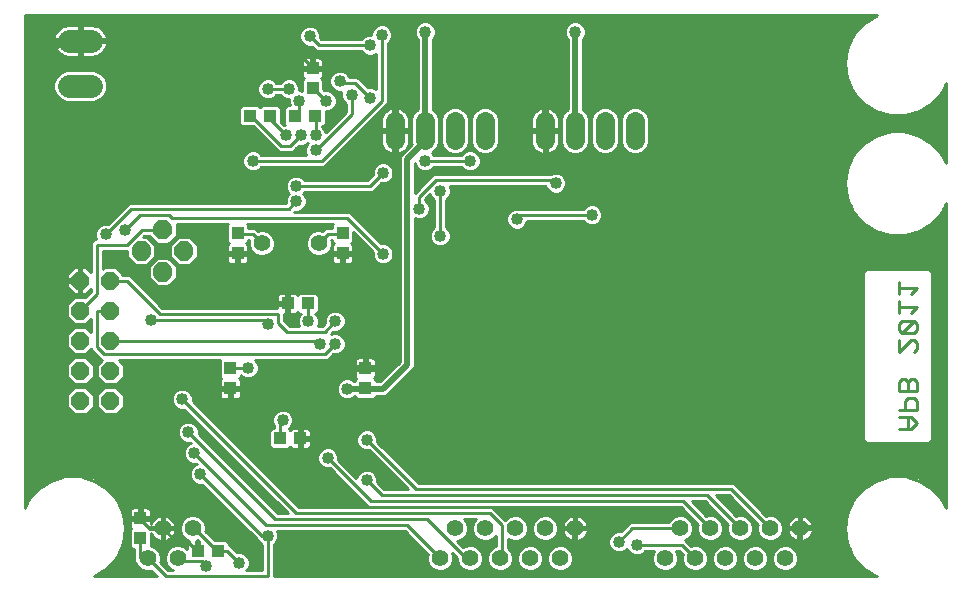
<source format=gbl>
G75*
G70*
%OFA0B0*%
%FSLAX24Y24*%
%IPPOS*%
%LPD*%
%AMOC8*
5,1,8,0,0,1.08239X$1,22.5*
%
%ADD10C,0.0110*%
%ADD11OC8,0.0600*%
%ADD12C,0.0560*%
%ADD13R,0.0394X0.0433*%
%ADD14R,0.0433X0.0394*%
%ADD15C,0.0128*%
%ADD16C,0.0750*%
%ADD17C,0.0634*%
%ADD18C,0.0100*%
%ADD19C,0.0200*%
%ADD20C,0.0400*%
%ADD21C,0.0160*%
D10*
X032349Y008875D02*
X032742Y008875D01*
X032939Y009072D01*
X032742Y009269D01*
X032349Y009269D01*
X032349Y009519D02*
X032939Y009519D01*
X032939Y009815D01*
X032841Y009913D01*
X032644Y009913D01*
X032546Y009815D01*
X032546Y009519D01*
X032644Y009269D02*
X032644Y008875D01*
X032644Y010164D02*
X032644Y010459D01*
X032546Y010558D01*
X032447Y010558D01*
X032349Y010459D01*
X032349Y010164D01*
X032939Y010164D01*
X032939Y010459D01*
X032841Y010558D01*
X032742Y010558D01*
X032644Y010459D01*
X032841Y011453D02*
X032939Y011551D01*
X032939Y011748D01*
X032841Y011847D01*
X032742Y011847D01*
X032349Y011453D01*
X032349Y011847D01*
X032447Y012097D02*
X032841Y012491D01*
X032447Y012491D01*
X032349Y012393D01*
X032349Y012196D01*
X032447Y012097D01*
X032841Y012097D01*
X032939Y012196D01*
X032939Y012393D01*
X032841Y012491D01*
X032742Y012742D02*
X032939Y012939D01*
X032349Y012939D01*
X032349Y012742D02*
X032349Y013136D01*
X032349Y013387D02*
X032349Y013780D01*
X032349Y013583D02*
X032939Y013583D01*
X032742Y013387D01*
D11*
X006044Y013820D03*
X005044Y013820D03*
X005044Y012820D03*
X006044Y012820D03*
X006044Y011820D03*
X005044Y011820D03*
X005044Y010820D03*
X006044Y010820D03*
X006044Y009820D03*
X005044Y009820D03*
D12*
X007794Y005570D03*
X008794Y005570D03*
X008294Y004570D03*
X007294Y004570D03*
X017044Y004570D03*
X018044Y004570D03*
X019044Y004570D03*
X020044Y004570D03*
X021044Y004570D03*
X021544Y005570D03*
X020544Y005570D03*
X019544Y005570D03*
X018544Y005570D03*
X017544Y005570D03*
X024544Y004570D03*
X025544Y004570D03*
X026544Y004570D03*
X027544Y004570D03*
X028544Y004570D03*
X029044Y005570D03*
X028044Y005570D03*
X027044Y005570D03*
X026044Y005570D03*
X025044Y005570D03*
X012994Y015070D03*
X011094Y015070D03*
D13*
X010294Y015404D03*
X010294Y014735D03*
X013794Y014735D03*
X013794Y015404D03*
X014544Y010904D03*
X014544Y010235D03*
X010044Y010235D03*
X010044Y010904D03*
X007044Y005904D03*
X007044Y005235D03*
X012794Y020235D03*
X012794Y020904D03*
D14*
X012878Y019320D03*
X012209Y019320D03*
X011378Y019320D03*
X010709Y019320D03*
X011959Y013070D03*
X012628Y013070D03*
X012378Y008570D03*
X011709Y008570D03*
X009628Y004820D03*
X008959Y004820D03*
D15*
X007985Y014155D02*
X008049Y014219D01*
X008049Y014007D01*
X007900Y013858D01*
X007688Y013858D01*
X007539Y014007D01*
X007539Y014219D01*
X007688Y014368D01*
X007900Y014368D01*
X008049Y014219D01*
X007953Y014179D01*
X007953Y014047D01*
X007860Y013954D01*
X007728Y013954D01*
X007635Y014047D01*
X007635Y014179D01*
X007728Y014272D01*
X007860Y014272D01*
X007953Y014179D01*
X007857Y014139D01*
X007857Y014087D01*
X007820Y014050D01*
X007768Y014050D01*
X007731Y014087D01*
X007731Y014139D01*
X007768Y014176D01*
X007820Y014176D01*
X007857Y014139D01*
X008692Y014862D02*
X008756Y014926D01*
X008756Y014714D01*
X008607Y014565D01*
X008395Y014565D01*
X008246Y014714D01*
X008246Y014926D01*
X008395Y015075D01*
X008607Y015075D01*
X008756Y014926D01*
X008660Y014886D01*
X008660Y014754D01*
X008567Y014661D01*
X008435Y014661D01*
X008342Y014754D01*
X008342Y014886D01*
X008435Y014979D01*
X008567Y014979D01*
X008660Y014886D01*
X008564Y014846D01*
X008564Y014794D01*
X008527Y014757D01*
X008475Y014757D01*
X008438Y014794D01*
X008438Y014846D01*
X008475Y014883D01*
X008527Y014883D01*
X008564Y014846D01*
X007985Y015569D02*
X008049Y015633D01*
X008049Y015421D01*
X007900Y015272D01*
X007688Y015272D01*
X007539Y015421D01*
X007539Y015633D01*
X007688Y015782D01*
X007900Y015782D01*
X008049Y015633D01*
X007953Y015593D01*
X007953Y015461D01*
X007860Y015368D01*
X007728Y015368D01*
X007635Y015461D01*
X007635Y015593D01*
X007728Y015686D01*
X007860Y015686D01*
X007953Y015593D01*
X007857Y015553D01*
X007857Y015501D01*
X007820Y015464D01*
X007768Y015464D01*
X007731Y015501D01*
X007731Y015553D01*
X007768Y015590D01*
X007820Y015590D01*
X007857Y015553D01*
X007278Y014862D02*
X007342Y014926D01*
X007342Y014714D01*
X007193Y014565D01*
X006981Y014565D01*
X006832Y014714D01*
X006832Y014926D01*
X006981Y015075D01*
X007193Y015075D01*
X007342Y014926D01*
X007246Y014886D01*
X007246Y014754D01*
X007153Y014661D01*
X007021Y014661D01*
X006928Y014754D01*
X006928Y014886D01*
X007021Y014979D01*
X007153Y014979D01*
X007246Y014886D01*
X007150Y014846D01*
X007150Y014794D01*
X007113Y014757D01*
X007061Y014757D01*
X007024Y014794D01*
X007024Y014846D01*
X007061Y014883D01*
X007113Y014883D01*
X007150Y014846D01*
D16*
X005419Y020320D02*
X004669Y020320D01*
X004669Y021820D02*
X005419Y021820D01*
D17*
X015544Y019137D02*
X015544Y018503D01*
X016544Y018503D02*
X016544Y019137D01*
X017544Y019137D02*
X017544Y018503D01*
X018544Y018503D02*
X018544Y019137D01*
X020544Y019137D02*
X020544Y018503D01*
X021544Y018503D02*
X021544Y019137D01*
X022544Y019137D02*
X022544Y018503D01*
X023544Y018503D02*
X023544Y019137D01*
D18*
X005521Y003978D02*
X005493Y003970D01*
X007611Y003970D01*
X007423Y004158D01*
X007379Y004140D01*
X007208Y004140D01*
X007050Y004205D01*
X006929Y004326D01*
X006876Y004455D01*
X006844Y004487D01*
X006844Y004869D01*
X006785Y004869D01*
X006697Y004956D01*
X006697Y005514D01*
X006753Y005570D01*
X006727Y005596D01*
X006707Y005630D01*
X006697Y005668D01*
X006697Y005856D01*
X006995Y005856D01*
X006995Y005953D01*
X006697Y005953D01*
X006697Y006141D01*
X006707Y006179D01*
X006727Y006213D01*
X006755Y006241D01*
X006789Y006261D01*
X006827Y006271D01*
X006995Y006271D01*
X006995Y005953D01*
X007092Y005953D01*
X007092Y006271D01*
X007260Y006271D01*
X007299Y006261D01*
X007333Y006241D01*
X007361Y006213D01*
X007380Y006179D01*
X007391Y006141D01*
X007391Y005953D01*
X007092Y005953D01*
X007092Y005856D01*
X007391Y005856D01*
X007391Y005720D01*
X007395Y005735D01*
X007426Y005795D01*
X007466Y005850D01*
X007514Y005898D01*
X007568Y005938D01*
X007629Y005968D01*
X007693Y005989D01*
X007760Y006000D01*
X007764Y006000D01*
X007764Y005600D01*
X007824Y005600D01*
X008224Y005600D01*
X008224Y005604D01*
X008213Y005671D01*
X008192Y005735D01*
X008161Y005795D01*
X008122Y005850D01*
X008074Y005898D01*
X008019Y005938D01*
X007959Y005968D01*
X007894Y005989D01*
X007828Y006000D01*
X007824Y006000D01*
X007824Y005600D01*
X007824Y005540D01*
X008224Y005540D01*
X008224Y005536D01*
X008213Y005469D01*
X008192Y005405D01*
X008161Y005344D01*
X008122Y005290D01*
X008074Y005242D01*
X008019Y005202D01*
X007959Y005171D01*
X007894Y005150D01*
X007828Y005140D01*
X007824Y005140D01*
X007824Y005540D01*
X007764Y005540D01*
X007764Y005140D01*
X007760Y005140D01*
X007693Y005150D01*
X007629Y005171D01*
X007568Y005202D01*
X007514Y005242D01*
X007466Y005290D01*
X007426Y005344D01*
X007395Y005405D01*
X007391Y005419D01*
X007391Y004995D01*
X007537Y004934D01*
X007658Y004813D01*
X007724Y004655D01*
X007724Y004484D01*
X007706Y004441D01*
X007977Y004170D01*
X008136Y004170D01*
X008050Y004205D01*
X007929Y004326D01*
X007864Y004484D01*
X007864Y004655D01*
X007929Y004813D01*
X008050Y004934D01*
X008208Y005000D01*
X008379Y005000D01*
X008537Y004934D01*
X008593Y004879D01*
X008593Y005036D01*
X008603Y005075D01*
X008623Y005109D01*
X008650Y005137D01*
X008678Y005152D01*
X008550Y005205D01*
X008429Y005326D01*
X008364Y005484D01*
X008364Y005655D01*
X008429Y005813D01*
X008550Y005934D01*
X008708Y006000D01*
X008879Y006000D01*
X009037Y005934D01*
X009158Y005813D01*
X009224Y005655D01*
X009224Y005484D01*
X009220Y005476D01*
X009530Y005167D01*
X009907Y005167D01*
X009995Y005079D01*
X009995Y005020D01*
X010027Y005020D01*
X010144Y004903D01*
X010277Y004770D01*
X010413Y004770D01*
X010542Y004717D01*
X010640Y004618D01*
X010694Y004489D01*
X010694Y004350D01*
X010640Y004222D01*
X010589Y004170D01*
X011094Y004170D01*
X011094Y005025D01*
X010997Y005122D01*
X010988Y005142D01*
X010894Y005237D01*
X009111Y007020D01*
X008974Y007020D01*
X008846Y007073D01*
X008747Y007172D01*
X008694Y007300D01*
X008694Y007439D01*
X008747Y007568D01*
X008846Y007667D01*
X008929Y007701D01*
X008911Y007720D01*
X008774Y007720D01*
X008646Y007773D01*
X008547Y007872D01*
X008494Y008000D01*
X008494Y008139D01*
X008547Y008268D01*
X008646Y008367D01*
X008729Y008401D01*
X008711Y008420D01*
X008574Y008420D01*
X008446Y008473D01*
X008347Y008572D01*
X008294Y008700D01*
X008294Y008839D01*
X008347Y008968D01*
X008446Y009067D01*
X008574Y009120D01*
X008713Y009120D01*
X008842Y009067D01*
X008940Y008968D01*
X008994Y008839D01*
X008994Y008703D01*
X011627Y006070D01*
X011961Y006070D01*
X008511Y009520D01*
X008374Y009520D01*
X008246Y009573D01*
X008147Y009672D01*
X008094Y009800D01*
X008094Y009939D01*
X008147Y010068D01*
X008246Y010167D01*
X008374Y010220D01*
X008513Y010220D01*
X008642Y010167D01*
X008740Y010068D01*
X008794Y009939D01*
X008794Y009803D01*
X012327Y006270D01*
X018611Y006270D01*
X018777Y006270D01*
X019177Y005870D01*
X019206Y005840D01*
X019300Y005934D01*
X019458Y006000D01*
X019629Y006000D01*
X019787Y005934D01*
X019908Y005813D01*
X019974Y005655D01*
X019974Y005484D01*
X019908Y005326D01*
X019787Y005205D01*
X019629Y005140D01*
X019458Y005140D01*
X019300Y005205D01*
X019294Y005212D01*
X019294Y004928D01*
X019408Y004813D01*
X019474Y004655D01*
X019474Y004484D01*
X019408Y004326D01*
X019287Y004205D01*
X019129Y004140D01*
X018958Y004140D01*
X018800Y004205D01*
X018679Y004326D01*
X018614Y004484D01*
X018614Y004655D01*
X018679Y004813D01*
X018800Y004934D01*
X018894Y004973D01*
X018894Y005312D01*
X018787Y005205D01*
X018629Y005140D01*
X018458Y005140D01*
X018300Y005205D01*
X018179Y005326D01*
X018114Y005484D01*
X018114Y005655D01*
X018179Y005813D01*
X018236Y005870D01*
X017852Y005870D01*
X017908Y005813D01*
X017974Y005655D01*
X017974Y005484D01*
X017908Y005326D01*
X017787Y005205D01*
X017629Y005140D01*
X017607Y005140D01*
X017809Y004938D01*
X017958Y005000D01*
X018129Y005000D01*
X018287Y004934D01*
X018408Y004813D01*
X018474Y004655D01*
X018474Y004484D01*
X018408Y004326D01*
X018287Y004205D01*
X018129Y004140D01*
X017958Y004140D01*
X017800Y004205D01*
X017679Y004326D01*
X017614Y004484D01*
X017614Y004567D01*
X017437Y004744D01*
X017474Y004655D01*
X017474Y004484D01*
X017408Y004326D01*
X017287Y004205D01*
X017129Y004140D01*
X016958Y004140D01*
X016800Y004205D01*
X016679Y004326D01*
X016614Y004484D01*
X016614Y004655D01*
X016632Y004699D01*
X015861Y005470D01*
X011610Y005470D01*
X011644Y005389D01*
X011644Y005250D01*
X011590Y005122D01*
X011494Y005025D01*
X011494Y004053D01*
X011494Y003970D01*
X031595Y003970D01*
X031567Y003978D01*
X031567Y003978D01*
X031148Y004247D01*
X031148Y004247D01*
X030822Y004624D01*
X030822Y004624D01*
X030615Y005077D01*
X030544Y005570D01*
X030615Y006063D01*
X030822Y006516D01*
X031148Y006892D01*
X031148Y006892D01*
X031148Y006892D01*
X031567Y007162D01*
X031567Y007162D01*
X032045Y007302D01*
X032045Y007302D01*
X032543Y007302D01*
X032543Y007302D01*
X033021Y007162D01*
X033021Y007162D01*
X033440Y006892D01*
X033440Y006892D01*
X033766Y006516D01*
X033766Y006516D01*
X033894Y006236D01*
X033894Y016404D01*
X033766Y016124D01*
X033440Y015747D01*
X033440Y015747D01*
X033021Y015478D01*
X033021Y015478D01*
X032543Y015338D01*
X032543Y015338D01*
X032045Y015338D01*
X032045Y015338D01*
X031567Y015478D01*
X031567Y015478D01*
X031148Y015747D01*
X031148Y015747D01*
X030822Y016124D01*
X030822Y016124D01*
X030615Y016577D01*
X030615Y016577D01*
X030544Y017070D01*
X030544Y017070D01*
X030615Y017563D01*
X030615Y017563D01*
X030822Y018016D01*
X030822Y018016D01*
X031148Y018392D01*
X031148Y018392D01*
X031148Y018392D01*
X031567Y018662D01*
X031567Y018662D01*
X032045Y018802D01*
X032045Y018802D01*
X032543Y018802D01*
X032543Y018802D01*
X033021Y018662D01*
X033021Y018662D01*
X033440Y018392D01*
X033440Y018392D01*
X033766Y018016D01*
X033766Y018016D01*
X033894Y017736D01*
X033894Y020404D01*
X033766Y020124D01*
X033766Y020124D01*
X033440Y019747D01*
X033440Y019747D01*
X033440Y019747D01*
X033021Y019478D01*
X033021Y019478D01*
X032543Y019338D01*
X032543Y019338D01*
X032045Y019338D01*
X032045Y019338D01*
X031567Y019478D01*
X031567Y019478D01*
X031148Y019747D01*
X031148Y019747D01*
X030822Y020124D01*
X030822Y020124D01*
X030615Y020577D01*
X030615Y020577D01*
X030544Y021070D01*
X030544Y021070D01*
X030615Y021563D01*
X030615Y021563D01*
X030822Y022016D01*
X030822Y022016D01*
X031148Y022392D01*
X031148Y022392D01*
X031148Y022392D01*
X031567Y022662D01*
X031567Y022662D01*
X031595Y022670D01*
X003194Y022670D01*
X003194Y006236D01*
X003322Y006516D01*
X003322Y006516D01*
X003648Y006892D01*
X003648Y006892D01*
X003648Y006892D01*
X004067Y007162D01*
X004067Y007162D01*
X004545Y007302D01*
X004545Y007302D01*
X005043Y007302D01*
X005043Y007302D01*
X005521Y007162D01*
X005521Y007162D01*
X005940Y006892D01*
X005940Y006892D01*
X006266Y006516D01*
X006266Y006516D01*
X006473Y006063D01*
X006473Y006063D01*
X006544Y005570D01*
X006473Y005077D01*
X006473Y005077D01*
X006266Y004624D01*
X006266Y004624D01*
X005940Y004247D01*
X005940Y004247D01*
X005940Y004247D01*
X005521Y003978D01*
X005521Y003978D01*
X005581Y004017D02*
X007564Y004017D01*
X007465Y004115D02*
X005735Y004115D01*
X005888Y004214D02*
X007041Y004214D01*
X006943Y004313D02*
X005996Y004313D01*
X006082Y004411D02*
X006894Y004411D01*
X006844Y004510D02*
X006167Y004510D01*
X006252Y004608D02*
X006844Y004608D01*
X006844Y004707D02*
X006304Y004707D01*
X006349Y004805D02*
X006844Y004805D01*
X006750Y004904D02*
X006394Y004904D01*
X006439Y005002D02*
X006697Y005002D01*
X006697Y005101D02*
X006476Y005101D01*
X006490Y005199D02*
X006697Y005199D01*
X006697Y005298D02*
X006505Y005298D01*
X006519Y005397D02*
X006697Y005397D01*
X006697Y005495D02*
X006533Y005495D01*
X006540Y005594D02*
X006729Y005594D01*
X006697Y005692D02*
X006526Y005692D01*
X006512Y005791D02*
X006697Y005791D01*
X006697Y005988D02*
X006484Y005988D01*
X006498Y005889D02*
X006995Y005889D01*
X007044Y005904D02*
X007044Y005870D01*
X007344Y005570D01*
X007794Y005570D01*
X007844Y005570D01*
X007844Y010220D01*
X010044Y010220D01*
X010044Y010235D01*
X010059Y010220D01*
X010544Y010220D01*
X010644Y010320D01*
X010391Y010324D02*
X013608Y010324D01*
X013594Y010289D02*
X013647Y010418D01*
X013746Y010517D01*
X013874Y010570D01*
X014013Y010570D01*
X014142Y010517D01*
X014189Y010470D01*
X014197Y010470D01*
X014197Y010514D01*
X014253Y010570D01*
X014227Y010596D01*
X014207Y010630D01*
X014197Y010668D01*
X014197Y010856D01*
X014495Y010856D01*
X014495Y010953D01*
X014197Y010953D01*
X014197Y011141D01*
X014207Y011179D01*
X014227Y011213D01*
X014255Y011241D01*
X014289Y011261D01*
X014327Y011271D01*
X014495Y011271D01*
X014495Y010953D01*
X014592Y010953D01*
X014592Y011271D01*
X014760Y011271D01*
X014799Y011261D01*
X014833Y011241D01*
X014861Y011213D01*
X014880Y011179D01*
X014891Y011141D01*
X014891Y010953D01*
X014592Y010953D01*
X014592Y010856D01*
X014891Y010856D01*
X014891Y010668D01*
X014880Y010630D01*
X014861Y010596D01*
X014835Y010570D01*
X014891Y010514D01*
X014891Y010470D01*
X015040Y010470D01*
X015694Y011123D01*
X015694Y017920D01*
X015732Y018011D01*
X015802Y018082D01*
X016093Y018372D01*
X016077Y018410D01*
X016077Y019230D01*
X016148Y019401D01*
X016279Y019532D01*
X016294Y019538D01*
X016294Y021875D01*
X016247Y021922D01*
X016194Y022050D01*
X016194Y022189D01*
X016247Y022318D01*
X016346Y022417D01*
X016474Y022470D01*
X016613Y022470D01*
X016742Y022417D01*
X016840Y022318D01*
X016894Y022189D01*
X016894Y022050D01*
X016840Y021922D01*
X016794Y021875D01*
X016794Y019538D01*
X016808Y019532D01*
X016940Y019401D01*
X017011Y019230D01*
X017011Y018410D01*
X016940Y018239D01*
X016808Y018107D01*
X016768Y018091D01*
X016839Y018020D01*
X017749Y018020D01*
X017846Y018117D01*
X017974Y018170D01*
X018113Y018170D01*
X018242Y018117D01*
X018340Y018018D01*
X018394Y017889D01*
X018394Y017750D01*
X018340Y017622D01*
X018242Y017523D01*
X018113Y017470D01*
X017974Y017470D01*
X017846Y017523D01*
X017749Y017620D01*
X016839Y017620D01*
X016742Y017523D01*
X016613Y017470D01*
X016474Y017470D01*
X016346Y017523D01*
X016247Y017622D01*
X016194Y017750D01*
X016194Y017766D01*
X016194Y017766D01*
X016194Y016753D01*
X016261Y016820D01*
X016261Y016820D01*
X016811Y017370D01*
X016977Y017370D01*
X020703Y017370D01*
X020824Y017420D01*
X020963Y017420D01*
X021092Y017367D01*
X021190Y017268D01*
X021244Y017139D01*
X021244Y017000D01*
X021190Y016872D01*
X021092Y016773D01*
X020963Y016720D01*
X020824Y016720D01*
X020696Y016773D01*
X020597Y016872D01*
X020556Y016970D01*
X017360Y016970D01*
X017394Y016889D01*
X017394Y016750D01*
X017340Y016622D01*
X017244Y016525D01*
X017244Y015615D01*
X017340Y015518D01*
X017394Y015389D01*
X017394Y015250D01*
X017340Y015122D01*
X017242Y015023D01*
X017113Y014970D01*
X016974Y014970D01*
X016846Y015023D01*
X016747Y015122D01*
X016694Y015250D01*
X016694Y015389D01*
X016747Y015518D01*
X016844Y015615D01*
X016844Y016525D01*
X016747Y016622D01*
X016712Y016706D01*
X016544Y016537D01*
X016544Y016515D01*
X016640Y016418D01*
X016694Y016289D01*
X016694Y016150D01*
X016640Y016022D01*
X016542Y015923D01*
X016413Y015870D01*
X016274Y015870D01*
X016194Y015903D01*
X016194Y011070D01*
X016194Y010970D01*
X016156Y010878D01*
X015356Y010078D01*
X015285Y010008D01*
X015194Y009970D01*
X014891Y009970D01*
X014891Y009956D01*
X014803Y009869D01*
X014285Y009869D01*
X014197Y009956D01*
X014197Y009970D01*
X014189Y009970D01*
X014142Y009923D01*
X014013Y009870D01*
X013874Y009870D01*
X013746Y009923D01*
X013647Y010022D01*
X013594Y010150D01*
X013594Y010289D01*
X013594Y010225D02*
X010092Y010225D01*
X010092Y010187D02*
X010092Y010284D01*
X010391Y010284D01*
X010391Y010471D01*
X010380Y010510D01*
X010361Y010544D01*
X010335Y010570D01*
X010391Y010626D01*
X010391Y010678D01*
X010446Y010623D01*
X010574Y010570D01*
X010713Y010570D01*
X010842Y010623D01*
X010940Y010722D01*
X010994Y010850D01*
X010994Y010989D01*
X010940Y011118D01*
X010889Y011170D01*
X013277Y011170D01*
X013394Y011287D01*
X013477Y011370D01*
X013613Y011370D01*
X013742Y011423D01*
X013840Y011522D01*
X013894Y011650D01*
X013894Y011789D01*
X013840Y011918D01*
X013742Y012017D01*
X013613Y012070D01*
X013474Y012070D01*
X013393Y012036D01*
X013394Y012037D01*
X013477Y012120D01*
X013613Y012120D01*
X013742Y012173D01*
X013840Y012272D01*
X013894Y012400D01*
X013894Y012539D01*
X013840Y012668D01*
X013742Y012767D01*
X013613Y012820D01*
X013474Y012820D01*
X013346Y012767D01*
X013247Y012668D01*
X013194Y012539D01*
X013194Y012403D01*
X013111Y012320D01*
X012960Y012320D01*
X012994Y012400D01*
X012994Y012539D01*
X012940Y012668D01*
X012886Y012723D01*
X012907Y012723D01*
X012995Y012811D01*
X012995Y013329D01*
X012907Y013417D01*
X012350Y013417D01*
X012294Y013361D01*
X012268Y013387D01*
X012234Y013406D01*
X012195Y013417D01*
X012008Y013417D01*
X012008Y013119D01*
X011911Y013119D01*
X011911Y013417D01*
X011723Y013417D01*
X011685Y013406D01*
X011650Y013387D01*
X011623Y013359D01*
X011603Y013325D01*
X011593Y013286D01*
X011593Y013118D01*
X011910Y013118D01*
X011910Y013021D01*
X011593Y013021D01*
X011593Y012920D01*
X007777Y012920D01*
X006794Y013903D01*
X006677Y014020D01*
X006480Y014020D01*
X006230Y014270D01*
X005857Y014270D01*
X005794Y014206D01*
X005794Y014820D01*
X006511Y014820D01*
X006617Y014820D01*
X006617Y014625D01*
X006892Y014350D01*
X007281Y014350D01*
X007557Y014625D01*
X007557Y015014D01*
X007281Y015290D01*
X007146Y015290D01*
X007177Y015320D01*
X007336Y015320D01*
X007599Y015057D01*
X007988Y015057D01*
X008264Y015332D01*
X008264Y015720D01*
X009984Y015720D01*
X009947Y015683D01*
X009947Y015126D01*
X010003Y015070D01*
X009977Y015044D01*
X009957Y015010D01*
X009947Y014971D01*
X009947Y014784D01*
X010245Y014784D01*
X010245Y014687D01*
X009947Y014687D01*
X009947Y014499D01*
X009957Y014461D01*
X009977Y014427D01*
X010005Y014399D01*
X010039Y014379D01*
X010077Y014369D01*
X010245Y014369D01*
X010245Y014686D01*
X010342Y014686D01*
X010342Y014369D01*
X010510Y014369D01*
X010549Y014379D01*
X010583Y014399D01*
X010611Y014427D01*
X010630Y014461D01*
X010641Y014499D01*
X010641Y014687D01*
X010342Y014687D01*
X010342Y014784D01*
X010641Y014784D01*
X010641Y014971D01*
X010630Y015010D01*
X010611Y015044D01*
X010585Y015070D01*
X010641Y015126D01*
X010641Y015170D01*
X010670Y015170D01*
X010664Y015155D01*
X010664Y014984D01*
X010729Y014826D01*
X010850Y014705D01*
X011008Y014640D01*
X011179Y014640D01*
X011337Y014705D01*
X011458Y014826D01*
X011524Y014984D01*
X011524Y015155D01*
X011458Y015313D01*
X011337Y015434D01*
X011179Y015500D01*
X011008Y015500D01*
X010965Y015482D01*
X010877Y015570D01*
X010641Y015570D01*
X010641Y015683D01*
X010604Y015720D01*
X013484Y015720D01*
X013447Y015683D01*
X013447Y015570D01*
X013211Y015570D01*
X013123Y015482D01*
X013079Y015500D01*
X012908Y015500D01*
X012750Y015434D01*
X012629Y015313D01*
X012564Y015155D01*
X012564Y014984D01*
X012629Y014826D01*
X012750Y014705D01*
X012908Y014640D01*
X013079Y014640D01*
X013237Y014705D01*
X013358Y014826D01*
X013424Y014984D01*
X013424Y015155D01*
X013418Y015170D01*
X013447Y015170D01*
X013447Y015126D01*
X013503Y015070D01*
X013477Y015044D01*
X013457Y015010D01*
X013447Y014971D01*
X013447Y014784D01*
X013745Y014784D01*
X013745Y014687D01*
X013447Y014687D01*
X013447Y014499D01*
X013457Y014461D01*
X013477Y014427D01*
X013505Y014399D01*
X013539Y014379D01*
X013577Y014369D01*
X013745Y014369D01*
X013745Y014686D01*
X013842Y014686D01*
X013842Y014369D01*
X014010Y014369D01*
X014049Y014379D01*
X014083Y014399D01*
X014111Y014427D01*
X014130Y014461D01*
X014141Y014499D01*
X014141Y014687D01*
X013842Y014687D01*
X013842Y014784D01*
X014141Y014784D01*
X014141Y014971D01*
X014130Y015010D01*
X014111Y015044D01*
X014085Y015070D01*
X014141Y015126D01*
X014141Y015440D01*
X014794Y014787D01*
X014794Y014650D01*
X014847Y014522D01*
X014946Y014423D01*
X015074Y014370D01*
X015213Y014370D01*
X015342Y014423D01*
X015440Y014522D01*
X015494Y014650D01*
X015494Y014789D01*
X015440Y014918D01*
X015342Y015017D01*
X015213Y015070D01*
X015077Y015070D01*
X014144Y016003D01*
X014027Y016120D01*
X012177Y016120D01*
X012313Y016120D01*
X012442Y016173D01*
X012540Y016272D01*
X012594Y016400D01*
X012594Y016539D01*
X012540Y016668D01*
X012489Y016720D01*
X012539Y016770D01*
X014777Y016770D01*
X014894Y016887D01*
X015077Y017070D01*
X015213Y017070D01*
X015342Y017123D01*
X015440Y017222D01*
X015441Y017222D02*
X015694Y017222D01*
X015694Y017320D02*
X015481Y017320D01*
X015494Y017350D02*
X015494Y017489D01*
X015440Y017618D01*
X015342Y017717D01*
X015213Y017770D01*
X015074Y017770D01*
X014946Y017717D01*
X014847Y017618D01*
X014794Y017489D01*
X014794Y017353D01*
X014611Y017170D01*
X012539Y017170D01*
X012442Y017267D01*
X012313Y017320D01*
X012174Y017320D01*
X012046Y017267D01*
X011947Y017168D01*
X011894Y017039D01*
X011894Y016900D01*
X011947Y016772D01*
X011999Y016720D01*
X011947Y016668D01*
X011894Y016539D01*
X011894Y016420D01*
X006827Y016420D01*
X006661Y016420D01*
X005961Y015720D01*
X005824Y015720D01*
X005696Y015667D01*
X005597Y015568D01*
X005544Y015439D01*
X005544Y015300D01*
X005577Y015220D01*
X005511Y015220D01*
X005394Y015103D01*
X005394Y014937D01*
X005394Y014106D01*
X005230Y014270D01*
X005084Y014270D01*
X005084Y013860D01*
X005004Y013860D01*
X005004Y014270D01*
X004857Y014270D01*
X004594Y014006D01*
X004594Y013860D01*
X005004Y013860D01*
X005004Y013780D01*
X005084Y013780D01*
X005084Y013370D01*
X005230Y013370D01*
X005394Y013534D01*
X005394Y013453D01*
X005211Y013270D01*
X004857Y013270D01*
X004594Y013006D01*
X004594Y012633D01*
X004857Y012370D01*
X005230Y012370D01*
X005394Y012534D01*
X005394Y012106D01*
X005230Y012270D01*
X004857Y012270D01*
X004594Y012006D01*
X004594Y011633D01*
X004857Y011370D01*
X005230Y011370D01*
X005396Y011535D01*
X005511Y011420D01*
X005759Y011172D01*
X005594Y011006D01*
X005594Y010633D01*
X005857Y010370D01*
X006230Y010370D01*
X006494Y010633D01*
X006494Y011006D01*
X006330Y011170D01*
X009697Y011170D01*
X009697Y010626D01*
X009753Y010570D01*
X009727Y010544D01*
X009707Y010510D01*
X009697Y010471D01*
X009697Y010284D01*
X009995Y010284D01*
X009995Y010187D01*
X009697Y010187D01*
X009697Y009999D01*
X009707Y009961D01*
X009727Y009927D01*
X009755Y009899D01*
X009789Y009879D01*
X009827Y009869D01*
X009995Y009869D01*
X009995Y010186D01*
X010092Y010186D01*
X010092Y009869D01*
X010260Y009869D01*
X010299Y009879D01*
X010333Y009899D01*
X010361Y009927D01*
X010380Y009961D01*
X010391Y009999D01*
X010391Y010187D01*
X010092Y010187D01*
X010092Y010127D02*
X009995Y010127D01*
X009995Y010225D02*
X006275Y010225D01*
X006230Y010270D02*
X005857Y010270D01*
X005594Y010006D01*
X005594Y009633D01*
X005857Y009370D01*
X006230Y009370D01*
X006494Y009633D01*
X006494Y010006D01*
X006230Y010270D01*
X006283Y010422D02*
X009697Y010422D01*
X009697Y010324D02*
X003194Y010324D01*
X003194Y010422D02*
X004805Y010422D01*
X004857Y010370D02*
X005230Y010370D01*
X005494Y010633D01*
X005494Y011006D01*
X005230Y011270D01*
X004857Y011270D01*
X004594Y011006D01*
X004594Y010633D01*
X004857Y010370D01*
X004857Y010270D02*
X004594Y010006D01*
X004594Y009633D01*
X004857Y009370D01*
X005230Y009370D01*
X005494Y009633D01*
X005494Y010006D01*
X005230Y010270D01*
X004857Y010270D01*
X004813Y010225D02*
X003194Y010225D01*
X003194Y010127D02*
X004714Y010127D01*
X004616Y010028D02*
X003194Y010028D01*
X003194Y009930D02*
X004594Y009930D01*
X004594Y009831D02*
X003194Y009831D01*
X003194Y009732D02*
X004594Y009732D01*
X004594Y009634D02*
X003194Y009634D01*
X003194Y009535D02*
X004692Y009535D01*
X004790Y009437D02*
X003194Y009437D01*
X003194Y009338D02*
X008693Y009338D01*
X008791Y009240D02*
X003194Y009240D01*
X003194Y009141D02*
X008890Y009141D01*
X008866Y009043D02*
X008988Y009043D01*
X008950Y008944D02*
X009087Y008944D01*
X008991Y008846D02*
X009185Y008846D01*
X009284Y008747D02*
X008994Y008747D01*
X009048Y008648D02*
X009382Y008648D01*
X009481Y008550D02*
X009146Y008550D01*
X009245Y008451D02*
X009579Y008451D01*
X009678Y008353D02*
X009344Y008353D01*
X009442Y008254D02*
X009776Y008254D01*
X009875Y008156D02*
X009541Y008156D01*
X009639Y008057D02*
X009974Y008057D01*
X010072Y007959D02*
X009738Y007959D01*
X009836Y007860D02*
X010171Y007860D01*
X010269Y007762D02*
X009935Y007762D01*
X010033Y007663D02*
X010368Y007663D01*
X010466Y007564D02*
X010132Y007564D01*
X010230Y007466D02*
X010565Y007466D01*
X010663Y007367D02*
X010329Y007367D01*
X010428Y007269D02*
X010762Y007269D01*
X010860Y007170D02*
X010526Y007170D01*
X010625Y007072D02*
X010959Y007072D01*
X011058Y006973D02*
X010723Y006973D01*
X010822Y006875D02*
X011156Y006875D01*
X011255Y006776D02*
X010920Y006776D01*
X011019Y006678D02*
X011353Y006678D01*
X011452Y006579D02*
X011117Y006579D01*
X011216Y006481D02*
X011550Y006481D01*
X011649Y006382D02*
X011314Y006382D01*
X011413Y006283D02*
X011747Y006283D01*
X011846Y006185D02*
X011512Y006185D01*
X011610Y006086D02*
X011944Y006086D01*
X012244Y006070D02*
X018694Y006070D01*
X019094Y005670D01*
X019094Y004570D01*
X019044Y004570D01*
X019443Y004411D02*
X019644Y004411D01*
X019614Y004484D02*
X019679Y004326D01*
X019800Y004205D01*
X019958Y004140D01*
X020129Y004140D01*
X020287Y004205D01*
X020408Y004326D01*
X020474Y004484D01*
X020474Y004655D01*
X020408Y004813D01*
X020287Y004934D01*
X020129Y005000D01*
X019958Y005000D01*
X019800Y004934D01*
X019679Y004813D01*
X019614Y004655D01*
X019614Y004484D01*
X019614Y004510D02*
X019474Y004510D01*
X019474Y004608D02*
X019614Y004608D01*
X019635Y004707D02*
X019452Y004707D01*
X019412Y004805D02*
X019676Y004805D01*
X019770Y004904D02*
X019318Y004904D01*
X019294Y005002D02*
X022664Y005002D01*
X022644Y005050D02*
X022697Y004922D01*
X022796Y004823D01*
X022924Y004770D01*
X023063Y004770D01*
X023192Y004823D01*
X023266Y004897D01*
X023297Y004822D01*
X023396Y004723D01*
X023524Y004670D01*
X023663Y004670D01*
X023792Y004723D01*
X023889Y004820D01*
X024186Y004820D01*
X024179Y004813D01*
X024114Y004655D01*
X024114Y004484D01*
X024179Y004326D01*
X024300Y004205D01*
X024458Y004140D01*
X024629Y004140D01*
X024787Y004205D01*
X024908Y004326D01*
X024974Y004484D01*
X024974Y004655D01*
X024908Y004813D01*
X024902Y004820D01*
X025011Y004820D01*
X025132Y004699D01*
X025114Y004655D01*
X025114Y004484D01*
X025179Y004326D01*
X025300Y004205D01*
X025458Y004140D01*
X025629Y004140D01*
X025787Y004205D01*
X025908Y004326D01*
X025974Y004484D01*
X025974Y004655D01*
X025908Y004813D01*
X025787Y004934D01*
X025629Y005000D01*
X025458Y005000D01*
X025415Y004982D01*
X025219Y005177D01*
X025287Y005205D01*
X025408Y005326D01*
X025474Y005484D01*
X025474Y005655D01*
X025408Y005813D01*
X025287Y005934D01*
X025129Y006000D01*
X024958Y006000D01*
X024800Y005934D01*
X024679Y005813D01*
X024661Y005770D01*
X023361Y005770D01*
X023244Y005653D01*
X023061Y005470D01*
X022924Y005470D01*
X022796Y005417D01*
X022697Y005318D01*
X022644Y005189D01*
X022644Y005050D01*
X022644Y005101D02*
X019294Y005101D01*
X019294Y005199D02*
X019314Y005199D01*
X018894Y005199D02*
X018773Y005199D01*
X018880Y005298D02*
X018894Y005298D01*
X018894Y005101D02*
X017645Y005101D01*
X017744Y005002D02*
X018894Y005002D01*
X018770Y004904D02*
X018318Y004904D01*
X018412Y004805D02*
X018676Y004805D01*
X018635Y004707D02*
X018452Y004707D01*
X018474Y004608D02*
X018614Y004608D01*
X018614Y004510D02*
X018474Y004510D01*
X018443Y004411D02*
X018644Y004411D01*
X018693Y004313D02*
X018395Y004313D01*
X018296Y004214D02*
X018791Y004214D01*
X019296Y004214D02*
X019791Y004214D01*
X019693Y004313D02*
X019395Y004313D01*
X020296Y004214D02*
X020791Y004214D01*
X020800Y004205D02*
X020958Y004140D01*
X021129Y004140D01*
X021287Y004205D01*
X021408Y004326D01*
X021474Y004484D01*
X021474Y004655D01*
X021408Y004813D01*
X021287Y004934D01*
X021129Y005000D01*
X020958Y005000D01*
X020800Y004934D01*
X020679Y004813D01*
X020614Y004655D01*
X020614Y004484D01*
X020679Y004326D01*
X020800Y004205D01*
X020693Y004313D02*
X020395Y004313D01*
X020443Y004411D02*
X020644Y004411D01*
X020614Y004510D02*
X020474Y004510D01*
X020474Y004608D02*
X020614Y004608D01*
X020635Y004707D02*
X020452Y004707D01*
X020412Y004805D02*
X020676Y004805D01*
X020770Y004904D02*
X020318Y004904D01*
X020458Y005140D02*
X020629Y005140D01*
X020787Y005205D01*
X020908Y005326D01*
X020974Y005484D01*
X020974Y005655D01*
X020908Y005813D01*
X020787Y005934D01*
X020629Y006000D01*
X020458Y006000D01*
X020300Y005934D01*
X020179Y005813D01*
X020114Y005655D01*
X020114Y005484D01*
X020179Y005326D01*
X020300Y005205D01*
X020458Y005140D01*
X020314Y005199D02*
X019773Y005199D01*
X019880Y005298D02*
X020208Y005298D01*
X020150Y005397D02*
X019937Y005397D01*
X019974Y005495D02*
X020114Y005495D01*
X020114Y005594D02*
X019974Y005594D01*
X019959Y005692D02*
X020129Y005692D01*
X020170Y005791D02*
X019918Y005791D01*
X019832Y005889D02*
X020255Y005889D01*
X020429Y005988D02*
X019658Y005988D01*
X019429Y005988D02*
X019059Y005988D01*
X019157Y005889D02*
X019255Y005889D01*
X018960Y006086D02*
X025244Y006086D01*
X025158Y005988D02*
X025343Y005988D01*
X025332Y005889D02*
X025441Y005889D01*
X025418Y005791D02*
X025540Y005791D01*
X025459Y005692D02*
X025629Y005692D01*
X025632Y005699D02*
X025614Y005655D01*
X025614Y005484D01*
X025679Y005326D01*
X025800Y005205D01*
X025958Y005140D01*
X026129Y005140D01*
X026287Y005205D01*
X026408Y005326D01*
X026474Y005484D01*
X026474Y005655D01*
X026408Y005813D01*
X026287Y005934D01*
X026129Y006000D01*
X025958Y006000D01*
X025915Y005982D01*
X025427Y006470D01*
X025861Y006470D01*
X026632Y005699D01*
X026614Y005655D01*
X026614Y005484D01*
X026679Y005326D01*
X026800Y005205D01*
X026958Y005140D01*
X027129Y005140D01*
X027287Y005205D01*
X027408Y005326D01*
X027474Y005484D01*
X027474Y005655D01*
X027408Y005813D01*
X027287Y005934D01*
X027129Y006000D01*
X026958Y006000D01*
X026915Y005982D01*
X026227Y006670D01*
X026661Y006670D01*
X027632Y005699D01*
X027614Y005655D01*
X027614Y005484D01*
X027679Y005326D01*
X027800Y005205D01*
X027958Y005140D01*
X028129Y005140D01*
X028287Y005205D01*
X028408Y005326D01*
X028474Y005484D01*
X028474Y005655D01*
X028408Y005813D01*
X028287Y005934D01*
X028129Y006000D01*
X027958Y006000D01*
X027915Y005982D01*
X026827Y007070D01*
X026661Y007070D01*
X016327Y007070D01*
X014944Y008453D01*
X014944Y008589D01*
X014890Y008718D01*
X014792Y008817D01*
X014663Y008870D01*
X014524Y008870D01*
X014396Y008817D01*
X014297Y008718D01*
X014244Y008589D01*
X014244Y008450D01*
X014297Y008322D01*
X014396Y008223D01*
X014524Y008170D01*
X014661Y008170D01*
X015961Y006870D01*
X015177Y006870D01*
X014944Y007103D01*
X014944Y007239D01*
X014890Y007368D01*
X014792Y007467D01*
X014663Y007520D01*
X014524Y007520D01*
X014396Y007467D01*
X014297Y007368D01*
X014248Y007249D01*
X013644Y007853D01*
X013644Y007989D01*
X013590Y008118D01*
X013492Y008217D01*
X013363Y008270D01*
X013224Y008270D01*
X013096Y008217D01*
X012997Y008118D01*
X012944Y007989D01*
X012944Y007850D01*
X012997Y007722D01*
X013096Y007623D01*
X013224Y007570D01*
X013361Y007570D01*
X014544Y006387D01*
X014661Y006270D01*
X025061Y006270D01*
X025632Y005699D01*
X025614Y005594D02*
X025474Y005594D01*
X025474Y005495D02*
X025614Y005495D01*
X025650Y005397D02*
X025437Y005397D01*
X025380Y005298D02*
X025708Y005298D01*
X025814Y005199D02*
X025273Y005199D01*
X025295Y005101D02*
X030611Y005101D01*
X030597Y005199D02*
X029264Y005199D01*
X029269Y005202D02*
X029324Y005242D01*
X029372Y005290D01*
X029411Y005344D01*
X029442Y005405D01*
X029463Y005469D01*
X029474Y005536D01*
X029474Y005540D01*
X029074Y005540D01*
X029074Y005600D01*
X029474Y005600D01*
X029474Y005604D01*
X029463Y005671D01*
X029442Y005735D01*
X029411Y005795D01*
X029372Y005850D01*
X029324Y005898D01*
X029269Y005938D01*
X029209Y005968D01*
X029144Y005989D01*
X029078Y006000D01*
X029074Y006000D01*
X029074Y005600D01*
X029014Y005600D01*
X029014Y006000D01*
X029010Y006000D01*
X028943Y005989D01*
X028879Y005968D01*
X028818Y005938D01*
X028764Y005898D01*
X028716Y005850D01*
X028676Y005795D01*
X028645Y005735D01*
X028624Y005671D01*
X028614Y005604D01*
X028614Y005600D01*
X029014Y005600D01*
X029014Y005540D01*
X029074Y005540D01*
X029074Y005140D01*
X029078Y005140D01*
X029144Y005150D01*
X029209Y005171D01*
X029269Y005202D01*
X029378Y005298D02*
X030583Y005298D01*
X030569Y005397D02*
X029438Y005397D01*
X029467Y005495D02*
X030554Y005495D01*
X030547Y005594D02*
X029074Y005594D01*
X029014Y005594D02*
X028474Y005594D01*
X028474Y005495D02*
X028620Y005495D01*
X028624Y005469D02*
X028645Y005405D01*
X028676Y005344D01*
X028716Y005290D01*
X028764Y005242D01*
X028818Y005202D01*
X028879Y005171D01*
X028943Y005150D01*
X029010Y005140D01*
X029014Y005140D01*
X029014Y005540D01*
X028614Y005540D01*
X028614Y005536D01*
X028624Y005469D01*
X028649Y005397D02*
X028437Y005397D01*
X028380Y005298D02*
X028710Y005298D01*
X028824Y005199D02*
X028273Y005199D01*
X028300Y004934D02*
X028179Y004813D01*
X028114Y004655D01*
X028114Y004484D01*
X028179Y004326D01*
X028300Y004205D01*
X028458Y004140D01*
X028629Y004140D01*
X028787Y004205D01*
X028908Y004326D01*
X028974Y004484D01*
X028974Y004655D01*
X028908Y004813D01*
X028787Y004934D01*
X028629Y005000D01*
X028458Y005000D01*
X028300Y004934D01*
X028270Y004904D02*
X027818Y004904D01*
X027787Y004934D02*
X027629Y005000D01*
X027458Y005000D01*
X027300Y004934D01*
X027179Y004813D01*
X027114Y004655D01*
X027114Y004484D01*
X027179Y004326D01*
X027300Y004205D01*
X027458Y004140D01*
X027629Y004140D01*
X027787Y004205D01*
X027908Y004326D01*
X027974Y004484D01*
X027974Y004655D01*
X027908Y004813D01*
X027787Y004934D01*
X027912Y004805D02*
X028176Y004805D01*
X028135Y004707D02*
X027952Y004707D01*
X027974Y004608D02*
X028114Y004608D01*
X028114Y004510D02*
X027974Y004510D01*
X027943Y004411D02*
X028144Y004411D01*
X028193Y004313D02*
X027895Y004313D01*
X027796Y004214D02*
X028291Y004214D01*
X028796Y004214D02*
X031200Y004214D01*
X031091Y004313D02*
X028895Y004313D01*
X028943Y004411D02*
X031006Y004411D01*
X030920Y004510D02*
X028974Y004510D01*
X028974Y004608D02*
X030835Y004608D01*
X030784Y004707D02*
X028952Y004707D01*
X028912Y004805D02*
X030739Y004805D01*
X030694Y004904D02*
X028818Y004904D01*
X029014Y005199D02*
X029074Y005199D01*
X029074Y005298D02*
X029014Y005298D01*
X029014Y005397D02*
X029074Y005397D01*
X029074Y005495D02*
X029014Y005495D01*
X029014Y005692D02*
X029074Y005692D01*
X029074Y005791D02*
X029014Y005791D01*
X029014Y005889D02*
X029074Y005889D01*
X029074Y005988D02*
X029014Y005988D01*
X028939Y005988D02*
X028158Y005988D01*
X028332Y005889D02*
X028755Y005889D01*
X028674Y005791D02*
X028418Y005791D01*
X028459Y005692D02*
X028631Y005692D01*
X028044Y005570D02*
X026744Y006870D01*
X016244Y006870D01*
X014594Y008520D01*
X014919Y008648D02*
X031144Y008648D01*
X031144Y008550D02*
X014944Y008550D01*
X014945Y008451D02*
X031200Y008451D01*
X031232Y008420D02*
X033356Y008420D01*
X033444Y008508D01*
X033444Y014132D01*
X033356Y014220D01*
X031232Y014220D01*
X031144Y014132D01*
X031144Y008508D01*
X031232Y008420D01*
X031144Y008747D02*
X014862Y008747D01*
X014722Y008846D02*
X031144Y008846D01*
X031144Y008944D02*
X012063Y008944D01*
X012090Y008972D02*
X012144Y009100D01*
X012144Y009239D01*
X012090Y009368D01*
X011992Y009467D01*
X011863Y009520D01*
X011724Y009520D01*
X011596Y009467D01*
X011497Y009368D01*
X011444Y009239D01*
X011444Y009100D01*
X011497Y008972D01*
X011509Y008959D01*
X011509Y008917D01*
X011430Y008917D01*
X011343Y008829D01*
X011343Y008311D01*
X011430Y008223D01*
X011988Y008223D01*
X012044Y008279D01*
X012070Y008253D01*
X012104Y008233D01*
X012142Y008223D01*
X012330Y008223D01*
X012330Y008521D01*
X012427Y008521D01*
X012427Y008223D01*
X012615Y008223D01*
X012653Y008233D01*
X012687Y008253D01*
X012715Y008281D01*
X012735Y008315D01*
X012745Y008353D01*
X014284Y008353D01*
X014244Y008451D02*
X012745Y008451D01*
X012745Y008521D02*
X012427Y008521D01*
X012427Y008618D01*
X012745Y008618D01*
X012745Y008786D01*
X012735Y008825D01*
X012715Y008859D01*
X012687Y008887D01*
X012653Y008906D01*
X012615Y008917D01*
X012427Y008917D01*
X012427Y008619D01*
X012330Y008619D01*
X012330Y008917D01*
X012142Y008917D01*
X012104Y008906D01*
X012070Y008887D01*
X012044Y008861D01*
X012012Y008893D01*
X012090Y008972D01*
X012120Y009043D02*
X031144Y009043D01*
X031144Y009141D02*
X012144Y009141D01*
X012144Y009240D02*
X031144Y009240D01*
X031144Y009338D02*
X012103Y009338D01*
X012022Y009437D02*
X031144Y009437D01*
X031144Y009535D02*
X009061Y009535D01*
X009160Y009437D02*
X011566Y009437D01*
X011485Y009338D02*
X009258Y009338D01*
X009357Y009240D02*
X011444Y009240D01*
X011444Y009141D02*
X009455Y009141D01*
X009554Y009043D02*
X011468Y009043D01*
X011509Y008944D02*
X009652Y008944D01*
X009751Y008846D02*
X011359Y008846D01*
X011343Y008747D02*
X009849Y008747D01*
X009948Y008648D02*
X011343Y008648D01*
X011343Y008550D02*
X010046Y008550D01*
X010145Y008451D02*
X011343Y008451D01*
X011343Y008353D02*
X010244Y008353D01*
X010342Y008254D02*
X011399Y008254D01*
X011709Y008570D02*
X011709Y009085D01*
X011794Y009170D01*
X012344Y009170D02*
X012394Y009120D01*
X012394Y008585D01*
X012378Y008570D01*
X012427Y008550D02*
X014244Y008550D01*
X014268Y008648D02*
X012745Y008648D01*
X012745Y008747D02*
X014326Y008747D01*
X014466Y008846D02*
X012723Y008846D01*
X012427Y008846D02*
X012330Y008846D01*
X012330Y008747D02*
X012427Y008747D01*
X012427Y008648D02*
X012330Y008648D01*
X012330Y008451D02*
X012427Y008451D01*
X012427Y008353D02*
X012330Y008353D01*
X012330Y008254D02*
X012427Y008254D01*
X012688Y008254D02*
X013187Y008254D01*
X013035Y008156D02*
X010441Y008156D01*
X010539Y008057D02*
X012972Y008057D01*
X012944Y007959D02*
X010638Y007959D01*
X010736Y007860D02*
X012944Y007860D01*
X012980Y007762D02*
X010835Y007762D01*
X010933Y007663D02*
X013056Y007663D01*
X013366Y007564D02*
X011032Y007564D01*
X011130Y007466D02*
X013465Y007466D01*
X013563Y007367D02*
X011229Y007367D01*
X011328Y007269D02*
X013662Y007269D01*
X013760Y007170D02*
X011426Y007170D01*
X011525Y007072D02*
X013859Y007072D01*
X013958Y006973D02*
X011623Y006973D01*
X011722Y006875D02*
X014056Y006875D01*
X014155Y006776D02*
X011820Y006776D01*
X011919Y006678D02*
X014253Y006678D01*
X014352Y006579D02*
X012017Y006579D01*
X012116Y006481D02*
X014450Y006481D01*
X014549Y006382D02*
X012214Y006382D01*
X012313Y006283D02*
X014647Y006283D01*
X014744Y006470D02*
X025144Y006470D01*
X026044Y005570D01*
X026437Y005397D02*
X026650Y005397D01*
X026614Y005495D02*
X026474Y005495D01*
X026474Y005594D02*
X026614Y005594D01*
X026629Y005692D02*
X026459Y005692D01*
X026418Y005791D02*
X026540Y005791D01*
X026441Y005889D02*
X026332Y005889D01*
X026343Y005988D02*
X026158Y005988D01*
X026244Y006086D02*
X025810Y006086D01*
X025909Y005988D02*
X025929Y005988D01*
X025711Y006185D02*
X026146Y006185D01*
X026047Y006283D02*
X025613Y006283D01*
X025514Y006382D02*
X025949Y006382D01*
X025944Y006670D02*
X027044Y005570D01*
X027437Y005397D02*
X027650Y005397D01*
X027614Y005495D02*
X027474Y005495D01*
X027474Y005594D02*
X027614Y005594D01*
X027629Y005692D02*
X027459Y005692D01*
X027418Y005791D02*
X027540Y005791D01*
X027441Y005889D02*
X027332Y005889D01*
X027343Y005988D02*
X027158Y005988D01*
X027244Y006086D02*
X026810Y006086D01*
X026909Y005988D02*
X026929Y005988D01*
X026711Y006185D02*
X027146Y006185D01*
X027047Y006283D02*
X026613Y006283D01*
X026514Y006382D02*
X026949Y006382D01*
X026850Y006481D02*
X026416Y006481D01*
X026317Y006579D02*
X026752Y006579D01*
X027022Y006875D02*
X031132Y006875D01*
X031047Y006776D02*
X027120Y006776D01*
X027219Y006678D02*
X030962Y006678D01*
X030876Y006579D02*
X027317Y006579D01*
X027416Y006481D02*
X030805Y006481D01*
X030760Y006382D02*
X027514Y006382D01*
X027613Y006283D02*
X030715Y006283D01*
X030670Y006185D02*
X027712Y006185D01*
X027810Y006086D02*
X030625Y006086D01*
X030604Y005988D02*
X029149Y005988D01*
X029332Y005889D02*
X030590Y005889D01*
X030576Y005791D02*
X029414Y005791D01*
X029456Y005692D02*
X030561Y005692D01*
X030649Y005002D02*
X025394Y005002D01*
X025094Y005020D02*
X025544Y004570D01*
X025943Y004411D02*
X026144Y004411D01*
X026114Y004484D02*
X026179Y004326D01*
X026300Y004205D01*
X026458Y004140D01*
X026629Y004140D01*
X026787Y004205D01*
X026908Y004326D01*
X026974Y004484D01*
X026974Y004655D01*
X026908Y004813D01*
X026787Y004934D01*
X026629Y005000D01*
X026458Y005000D01*
X026300Y004934D01*
X026179Y004813D01*
X026114Y004655D01*
X026114Y004484D01*
X026114Y004510D02*
X025974Y004510D01*
X025974Y004608D02*
X026114Y004608D01*
X026135Y004707D02*
X025952Y004707D01*
X025912Y004805D02*
X026176Y004805D01*
X026270Y004904D02*
X025818Y004904D01*
X026273Y005199D02*
X026814Y005199D01*
X026708Y005298D02*
X026380Y005298D01*
X026818Y004904D02*
X027270Y004904D01*
X027176Y004805D02*
X026912Y004805D01*
X026952Y004707D02*
X027135Y004707D01*
X027114Y004608D02*
X026974Y004608D01*
X026974Y004510D02*
X027114Y004510D01*
X027144Y004411D02*
X026943Y004411D01*
X026895Y004313D02*
X027193Y004313D01*
X027291Y004214D02*
X026796Y004214D01*
X026291Y004214D02*
X025796Y004214D01*
X025895Y004313D02*
X026193Y004313D01*
X025291Y004214D02*
X024796Y004214D01*
X024895Y004313D02*
X025193Y004313D01*
X025144Y004411D02*
X024943Y004411D01*
X024974Y004510D02*
X025114Y004510D01*
X025114Y004608D02*
X024974Y004608D01*
X024952Y004707D02*
X025124Y004707D01*
X025025Y004805D02*
X024912Y004805D01*
X025094Y005020D02*
X023594Y005020D01*
X023752Y004707D02*
X024135Y004707D01*
X024114Y004608D02*
X021474Y004608D01*
X021474Y004510D02*
X024114Y004510D01*
X024144Y004411D02*
X021443Y004411D01*
X021395Y004313D02*
X024193Y004313D01*
X024291Y004214D02*
X021296Y004214D01*
X021452Y004707D02*
X023435Y004707D01*
X023313Y004805D02*
X023149Y004805D01*
X022839Y004805D02*
X021412Y004805D01*
X021318Y004904D02*
X022715Y004904D01*
X022648Y005199D02*
X021764Y005199D01*
X021769Y005202D02*
X021824Y005242D01*
X021872Y005290D01*
X021911Y005344D01*
X021942Y005405D01*
X021963Y005469D01*
X021974Y005536D01*
X021974Y005540D01*
X021574Y005540D01*
X021574Y005600D01*
X021974Y005600D01*
X021974Y005604D01*
X021963Y005671D01*
X021942Y005735D01*
X021911Y005795D01*
X021872Y005850D01*
X021824Y005898D01*
X021769Y005938D01*
X021709Y005968D01*
X021644Y005989D01*
X021578Y006000D01*
X021574Y006000D01*
X021574Y005600D01*
X021514Y005600D01*
X021514Y006000D01*
X021510Y006000D01*
X021443Y005989D01*
X021379Y005968D01*
X021318Y005938D01*
X021264Y005898D01*
X021216Y005850D01*
X021176Y005795D01*
X021145Y005735D01*
X021124Y005671D01*
X021114Y005604D01*
X021114Y005600D01*
X021514Y005600D01*
X021514Y005540D01*
X021574Y005540D01*
X021574Y005140D01*
X021578Y005140D01*
X021644Y005150D01*
X021709Y005171D01*
X021769Y005202D01*
X021878Y005298D02*
X022689Y005298D01*
X022776Y005397D02*
X021938Y005397D01*
X021967Y005495D02*
X023086Y005495D01*
X023185Y005594D02*
X021574Y005594D01*
X021514Y005594D02*
X020974Y005594D01*
X020974Y005495D02*
X021120Y005495D01*
X021124Y005469D02*
X021145Y005405D01*
X021176Y005344D01*
X021216Y005290D01*
X021264Y005242D01*
X021318Y005202D01*
X021379Y005171D01*
X021443Y005150D01*
X021510Y005140D01*
X021514Y005140D01*
X021514Y005540D01*
X021114Y005540D01*
X021114Y005536D01*
X021124Y005469D01*
X021149Y005397D02*
X020937Y005397D01*
X020880Y005298D02*
X021210Y005298D01*
X021324Y005199D02*
X020773Y005199D01*
X020959Y005692D02*
X021131Y005692D01*
X021174Y005791D02*
X020918Y005791D01*
X020832Y005889D02*
X021255Y005889D01*
X021439Y005988D02*
X020658Y005988D01*
X021514Y005988D02*
X021574Y005988D01*
X021649Y005988D02*
X024929Y005988D01*
X024755Y005889D02*
X021832Y005889D01*
X021914Y005791D02*
X024670Y005791D01*
X025044Y005570D02*
X023444Y005570D01*
X022994Y005120D01*
X023244Y005653D02*
X023244Y005653D01*
X023283Y005692D02*
X021956Y005692D01*
X021574Y005692D02*
X021514Y005692D01*
X021514Y005791D02*
X021574Y005791D01*
X021574Y005889D02*
X021514Y005889D01*
X021514Y005495D02*
X021574Y005495D01*
X021574Y005397D02*
X021514Y005397D01*
X021514Y005298D02*
X021574Y005298D01*
X021574Y005199D02*
X021514Y005199D01*
X023874Y004805D02*
X024176Y004805D01*
X025146Y006185D02*
X018862Y006185D01*
X018170Y005791D02*
X017918Y005791D01*
X017959Y005692D02*
X018129Y005692D01*
X018114Y005594D02*
X017974Y005594D01*
X017974Y005495D02*
X018114Y005495D01*
X018150Y005397D02*
X017937Y005397D01*
X017880Y005298D02*
X018208Y005298D01*
X018314Y005199D02*
X017773Y005199D01*
X017474Y004707D02*
X017452Y004707D01*
X017474Y004608D02*
X017573Y004608D01*
X017614Y004510D02*
X017474Y004510D01*
X017443Y004411D02*
X017644Y004411D01*
X017693Y004313D02*
X017395Y004313D01*
X017296Y004214D02*
X017791Y004214D01*
X017894Y004570D02*
X018044Y004570D01*
X017894Y004570D02*
X016594Y005870D01*
X011544Y005870D01*
X008644Y008770D01*
X008498Y008451D02*
X003194Y008451D01*
X003194Y008353D02*
X008632Y008353D01*
X008541Y008254D02*
X003194Y008254D01*
X003194Y008156D02*
X008501Y008156D01*
X008494Y008057D02*
X003194Y008057D01*
X003194Y007959D02*
X008511Y007959D01*
X008559Y007860D02*
X003194Y007860D01*
X003194Y007762D02*
X008673Y007762D01*
X008842Y007663D02*
X003194Y007663D01*
X003194Y007564D02*
X008746Y007564D01*
X008705Y007466D02*
X003194Y007466D01*
X003194Y007367D02*
X008694Y007367D01*
X008707Y007269D02*
X005156Y007269D01*
X005491Y007170D02*
X008748Y007170D01*
X008849Y007072D02*
X005661Y007072D01*
X005814Y006973D02*
X009158Y006973D01*
X009256Y006875D02*
X005955Y006875D01*
X006041Y006776D02*
X009355Y006776D01*
X009453Y006678D02*
X006126Y006678D01*
X006211Y006579D02*
X009552Y006579D01*
X009650Y006481D02*
X006282Y006481D01*
X006327Y006382D02*
X009749Y006382D01*
X009847Y006283D02*
X006372Y006283D01*
X006417Y006185D02*
X006711Y006185D01*
X006697Y006086D02*
X006462Y006086D01*
X006995Y006086D02*
X007092Y006086D01*
X007092Y005988D02*
X006995Y005988D01*
X007092Y005889D02*
X007505Y005889D01*
X007424Y005791D02*
X007391Y005791D01*
X007364Y005601D02*
X007364Y005600D01*
X007764Y005600D01*
X007764Y005540D01*
X007365Y005540D01*
X007335Y005570D01*
X007361Y005596D01*
X007364Y005601D01*
X007358Y005594D02*
X007764Y005594D01*
X007794Y005570D02*
X008244Y005120D01*
X008644Y005120D01*
X008944Y004820D01*
X008959Y004820D01*
X008911Y004869D02*
X008911Y005153D01*
X008958Y005173D01*
X009008Y005123D01*
X009008Y004869D01*
X008911Y004869D01*
X008911Y004904D02*
X009008Y004904D01*
X009008Y005002D02*
X008911Y005002D01*
X008911Y005101D02*
X009008Y005101D01*
X008618Y005101D02*
X007391Y005101D01*
X007391Y005199D02*
X007574Y005199D01*
X007460Y005298D02*
X007391Y005298D01*
X007391Y005397D02*
X007399Y005397D01*
X007764Y005397D02*
X007824Y005397D01*
X007824Y005495D02*
X007764Y005495D01*
X007824Y005594D02*
X008364Y005594D01*
X008364Y005495D02*
X008217Y005495D01*
X008188Y005397D02*
X008400Y005397D01*
X008458Y005298D02*
X008128Y005298D01*
X008014Y005199D02*
X008564Y005199D01*
X008593Y005002D02*
X007391Y005002D01*
X007568Y004904D02*
X008020Y004904D01*
X007926Y004805D02*
X007662Y004805D01*
X007702Y004707D02*
X007885Y004707D01*
X007864Y004608D02*
X007724Y004608D01*
X007724Y004510D02*
X007864Y004510D01*
X007894Y004411D02*
X007735Y004411D01*
X007834Y004313D02*
X007943Y004313D01*
X007932Y004214D02*
X008041Y004214D01*
X007894Y003970D02*
X007294Y004570D01*
X007044Y004570D01*
X007044Y005235D01*
X007764Y005199D02*
X007824Y005199D01*
X007824Y005298D02*
X007764Y005298D01*
X007764Y005692D02*
X007824Y005692D01*
X007824Y005791D02*
X007764Y005791D01*
X007764Y005889D02*
X007824Y005889D01*
X007824Y005988D02*
X007764Y005988D01*
X007689Y005988D02*
X007391Y005988D01*
X007391Y006086D02*
X010044Y006086D01*
X009946Y006185D02*
X007377Y006185D01*
X007092Y006185D02*
X006995Y006185D01*
X007899Y005988D02*
X008679Y005988D01*
X008505Y005889D02*
X008082Y005889D01*
X008164Y005791D02*
X008420Y005791D01*
X008379Y005692D02*
X008206Y005692D01*
X008794Y005570D02*
X008844Y005570D01*
X009594Y004820D01*
X009628Y004820D01*
X009944Y004820D01*
X010344Y004420D01*
X010694Y004411D02*
X011094Y004411D01*
X011094Y004313D02*
X010678Y004313D01*
X010633Y004214D02*
X011094Y004214D01*
X011094Y004510D02*
X010685Y004510D01*
X010645Y004608D02*
X011094Y004608D01*
X011094Y004707D02*
X010552Y004707D01*
X010241Y004805D02*
X011094Y004805D01*
X011094Y004904D02*
X010143Y004904D01*
X010044Y005002D02*
X011094Y005002D01*
X011018Y005101D02*
X009973Y005101D01*
X009497Y005199D02*
X010931Y005199D01*
X010833Y005298D02*
X009398Y005298D01*
X009300Y005397D02*
X010734Y005397D01*
X010636Y005495D02*
X009224Y005495D01*
X009224Y005594D02*
X010537Y005594D01*
X010439Y005692D02*
X009209Y005692D01*
X009168Y005791D02*
X010340Y005791D01*
X010241Y005889D02*
X009082Y005889D01*
X008908Y005988D02*
X010143Y005988D01*
X011244Y005670D02*
X015944Y005670D01*
X017044Y004570D01*
X016644Y004411D02*
X011494Y004411D01*
X011494Y004313D02*
X016693Y004313D01*
X016791Y004214D02*
X011494Y004214D01*
X011494Y004115D02*
X031353Y004115D01*
X031506Y004017D02*
X011494Y004017D01*
X011294Y003970D02*
X007894Y003970D01*
X008394Y004470D02*
X008294Y004570D01*
X008394Y004470D02*
X009094Y004470D01*
X009244Y004320D01*
X008593Y004904D02*
X008568Y004904D01*
X009044Y007370D02*
X011094Y005320D01*
X011294Y005320D01*
X011294Y003970D01*
X011494Y004510D02*
X016614Y004510D01*
X016614Y004608D02*
X011494Y004608D01*
X011494Y004707D02*
X016624Y004707D01*
X016525Y004805D02*
X011494Y004805D01*
X011494Y004904D02*
X016427Y004904D01*
X016328Y005002D02*
X011494Y005002D01*
X011570Y005101D02*
X016230Y005101D01*
X016131Y005199D02*
X011623Y005199D01*
X011644Y005298D02*
X016033Y005298D01*
X015934Y005397D02*
X011641Y005397D01*
X011244Y005670D02*
X008844Y008070D01*
X008369Y008550D02*
X003194Y008550D01*
X003194Y008648D02*
X008315Y008648D01*
X008294Y008747D02*
X003194Y008747D01*
X003194Y008846D02*
X008296Y008846D01*
X008337Y008944D02*
X003194Y008944D01*
X003194Y009043D02*
X008422Y009043D01*
X008594Y009437D02*
X006297Y009437D01*
X006396Y009535D02*
X008337Y009535D01*
X008185Y009634D02*
X006494Y009634D01*
X006494Y009732D02*
X008122Y009732D01*
X008094Y009831D02*
X006494Y009831D01*
X006494Y009930D02*
X008094Y009930D01*
X008131Y010028D02*
X006472Y010028D01*
X006373Y010127D02*
X008206Y010127D01*
X008444Y009870D02*
X012244Y006070D01*
X013833Y007663D02*
X015168Y007663D01*
X015266Y007564D02*
X013932Y007564D01*
X014030Y007466D02*
X014395Y007466D01*
X014297Y007367D02*
X014129Y007367D01*
X014228Y007269D02*
X014256Y007269D01*
X014594Y007170D02*
X015094Y006670D01*
X025944Y006670D01*
X026923Y006973D02*
X031274Y006973D01*
X031427Y007072D02*
X016325Y007072D01*
X016226Y007170D02*
X031596Y007170D01*
X031932Y007269D02*
X016128Y007269D01*
X016029Y007367D02*
X033894Y007367D01*
X033894Y007269D02*
X032656Y007269D01*
X032991Y007170D02*
X033894Y007170D01*
X033894Y007072D02*
X033161Y007072D01*
X033314Y006973D02*
X033894Y006973D01*
X033894Y006875D02*
X033455Y006875D01*
X033541Y006776D02*
X033894Y006776D01*
X033894Y006678D02*
X033626Y006678D01*
X033711Y006579D02*
X033894Y006579D01*
X033894Y006481D02*
X033782Y006481D01*
X033827Y006382D02*
X033894Y006382D01*
X033894Y006283D02*
X033872Y006283D01*
X033894Y007466D02*
X015930Y007466D01*
X015832Y007564D02*
X033894Y007564D01*
X033894Y007663D02*
X015733Y007663D01*
X015635Y007762D02*
X033894Y007762D01*
X033894Y007860D02*
X015536Y007860D01*
X015438Y007959D02*
X033894Y007959D01*
X033894Y008057D02*
X015339Y008057D01*
X015241Y008156D02*
X033894Y008156D01*
X033894Y008254D02*
X015142Y008254D01*
X015044Y008353D02*
X033894Y008353D01*
X033894Y008451D02*
X033387Y008451D01*
X033444Y008550D02*
X033894Y008550D01*
X033894Y008648D02*
X033444Y008648D01*
X033444Y008747D02*
X033894Y008747D01*
X033894Y008846D02*
X033444Y008846D01*
X033444Y008944D02*
X033894Y008944D01*
X033894Y009043D02*
X033444Y009043D01*
X033444Y009141D02*
X033894Y009141D01*
X033894Y009240D02*
X033444Y009240D01*
X033444Y009338D02*
X033894Y009338D01*
X033894Y009437D02*
X033444Y009437D01*
X033444Y009535D02*
X033894Y009535D01*
X033894Y009634D02*
X033444Y009634D01*
X033444Y009732D02*
X033894Y009732D01*
X033894Y009831D02*
X033444Y009831D01*
X033444Y009930D02*
X033894Y009930D01*
X033894Y010028D02*
X033444Y010028D01*
X033444Y010127D02*
X033894Y010127D01*
X033894Y010225D02*
X033444Y010225D01*
X033444Y010324D02*
X033894Y010324D01*
X033894Y010422D02*
X033444Y010422D01*
X033444Y010521D02*
X033894Y010521D01*
X033894Y010619D02*
X033444Y010619D01*
X033444Y010718D02*
X033894Y010718D01*
X033894Y010816D02*
X033444Y010816D01*
X033444Y010915D02*
X033894Y010915D01*
X033894Y011014D02*
X033444Y011014D01*
X033444Y011112D02*
X033894Y011112D01*
X033894Y011211D02*
X033444Y011211D01*
X033444Y011309D02*
X033894Y011309D01*
X033894Y011408D02*
X033444Y011408D01*
X033444Y011506D02*
X033894Y011506D01*
X033894Y011605D02*
X033444Y011605D01*
X033444Y011703D02*
X033894Y011703D01*
X033894Y011802D02*
X033444Y011802D01*
X033444Y011900D02*
X033894Y011900D01*
X033894Y011999D02*
X033444Y011999D01*
X033444Y012097D02*
X033894Y012097D01*
X033894Y012196D02*
X033444Y012196D01*
X033444Y012295D02*
X033894Y012295D01*
X033894Y012393D02*
X033444Y012393D01*
X033444Y012492D02*
X033894Y012492D01*
X033894Y012590D02*
X033444Y012590D01*
X033444Y012689D02*
X033894Y012689D01*
X033894Y012787D02*
X033444Y012787D01*
X033444Y012886D02*
X033894Y012886D01*
X033894Y012984D02*
X033444Y012984D01*
X033444Y013083D02*
X033894Y013083D01*
X033894Y013181D02*
X033444Y013181D01*
X033444Y013280D02*
X033894Y013280D01*
X033894Y013379D02*
X033444Y013379D01*
X033444Y013477D02*
X033894Y013477D01*
X033894Y013576D02*
X033444Y013576D01*
X033444Y013674D02*
X033894Y013674D01*
X033894Y013773D02*
X033444Y013773D01*
X033444Y013871D02*
X033894Y013871D01*
X033894Y013970D02*
X033444Y013970D01*
X033444Y014068D02*
X033894Y014068D01*
X033894Y014167D02*
X033409Y014167D01*
X033894Y014265D02*
X016194Y014265D01*
X016194Y014167D02*
X031179Y014167D01*
X031144Y014068D02*
X016194Y014068D01*
X016194Y013970D02*
X031144Y013970D01*
X031144Y013871D02*
X016194Y013871D01*
X016194Y013773D02*
X031144Y013773D01*
X031144Y013674D02*
X016194Y013674D01*
X016194Y013576D02*
X031144Y013576D01*
X031144Y013477D02*
X016194Y013477D01*
X016194Y013379D02*
X031144Y013379D01*
X031144Y013280D02*
X016194Y013280D01*
X016194Y013181D02*
X031144Y013181D01*
X031144Y013083D02*
X016194Y013083D01*
X016194Y012984D02*
X031144Y012984D01*
X031144Y012886D02*
X016194Y012886D01*
X016194Y012787D02*
X031144Y012787D01*
X031144Y012689D02*
X016194Y012689D01*
X016194Y012590D02*
X031144Y012590D01*
X031144Y012492D02*
X016194Y012492D01*
X016194Y012393D02*
X031144Y012393D01*
X031144Y012295D02*
X016194Y012295D01*
X016194Y012196D02*
X031144Y012196D01*
X031144Y012097D02*
X016194Y012097D01*
X016194Y011999D02*
X031144Y011999D01*
X031144Y011900D02*
X016194Y011900D01*
X016194Y011802D02*
X031144Y011802D01*
X031144Y011703D02*
X016194Y011703D01*
X016194Y011605D02*
X031144Y011605D01*
X031144Y011506D02*
X016194Y011506D01*
X016194Y011408D02*
X031144Y011408D01*
X031144Y011309D02*
X016194Y011309D01*
X016194Y011211D02*
X031144Y011211D01*
X031144Y011112D02*
X016194Y011112D01*
X016194Y011014D02*
X031144Y011014D01*
X031144Y010915D02*
X016171Y010915D01*
X016094Y010816D02*
X031144Y010816D01*
X031144Y010718D02*
X015995Y010718D01*
X015897Y010619D02*
X031144Y010619D01*
X031144Y010521D02*
X015798Y010521D01*
X015700Y010422D02*
X031144Y010422D01*
X031144Y010324D02*
X015601Y010324D01*
X015503Y010225D02*
X031144Y010225D01*
X031144Y010127D02*
X015404Y010127D01*
X015306Y010028D02*
X031144Y010028D01*
X031144Y009930D02*
X014864Y009930D01*
X014544Y010235D02*
X014509Y010235D01*
X014224Y009930D02*
X014148Y009930D01*
X013739Y009930D02*
X010362Y009930D01*
X010391Y010028D02*
X013644Y010028D01*
X013604Y010127D02*
X010391Y010127D01*
X010391Y010422D02*
X013651Y010422D01*
X013756Y010521D02*
X010374Y010521D01*
X010384Y010619D02*
X010455Y010619D01*
X010644Y010920D02*
X010059Y010920D01*
X010044Y010904D01*
X009697Y010915D02*
X006494Y010915D01*
X006494Y010816D02*
X009697Y010816D01*
X009697Y010718D02*
X006494Y010718D01*
X006480Y010619D02*
X009703Y010619D01*
X009714Y010521D02*
X006381Y010521D01*
X006486Y011014D02*
X009697Y011014D01*
X009697Y011112D02*
X006388Y011112D01*
X005844Y011370D02*
X005594Y011620D01*
X005594Y012820D01*
X006044Y012820D01*
X005594Y013370D02*
X005594Y015020D01*
X006594Y015020D01*
X007094Y015520D01*
X007794Y015520D01*
X007794Y015527D01*
X008084Y015152D02*
X008169Y015152D01*
X008182Y015251D02*
X008267Y015251D01*
X008306Y015290D02*
X008031Y015014D01*
X008031Y014625D01*
X008306Y014350D01*
X008696Y014350D01*
X008971Y014625D01*
X008971Y015014D01*
X008696Y015290D01*
X008306Y015290D01*
X008264Y015349D02*
X009947Y015349D01*
X009947Y015251D02*
X008734Y015251D01*
X008833Y015152D02*
X009947Y015152D01*
X009987Y015054D02*
X008931Y015054D01*
X008971Y014955D02*
X009947Y014955D01*
X009947Y014857D02*
X008971Y014857D01*
X008971Y014758D02*
X010245Y014758D01*
X010294Y014735D02*
X010678Y014735D01*
X010994Y014420D01*
X011944Y014420D01*
X011959Y014404D01*
X011959Y013070D01*
X011959Y012604D01*
X012094Y012470D01*
X011953Y012393D02*
X012297Y012393D01*
X012294Y012400D02*
X012327Y012320D01*
X012027Y012320D01*
X011844Y012503D01*
X011844Y012637D01*
X011844Y012723D01*
X011911Y012723D01*
X011911Y013021D01*
X012008Y013021D01*
X012008Y012723D01*
X012195Y012723D01*
X012234Y012733D01*
X012268Y012753D01*
X012294Y012779D01*
X012350Y012723D01*
X012402Y012723D01*
X012347Y012668D01*
X012294Y012539D01*
X012294Y012400D01*
X012294Y012492D02*
X011855Y012492D01*
X011844Y012590D02*
X012315Y012590D01*
X012368Y012689D02*
X011844Y012689D01*
X011911Y012787D02*
X012008Y012787D01*
X012008Y012886D02*
X011911Y012886D01*
X011911Y012984D02*
X012008Y012984D01*
X011910Y013083D02*
X007614Y013083D01*
X007712Y012984D02*
X011593Y012984D01*
X011593Y013181D02*
X007515Y013181D01*
X007416Y013280D02*
X011593Y013280D01*
X011642Y013379D02*
X007318Y013379D01*
X007219Y013477D02*
X015694Y013477D01*
X015694Y013379D02*
X012945Y013379D01*
X012995Y013280D02*
X015694Y013280D01*
X015694Y013181D02*
X012995Y013181D01*
X012995Y013083D02*
X015694Y013083D01*
X015694Y012984D02*
X012995Y012984D01*
X012995Y012886D02*
X015694Y012886D01*
X015694Y012787D02*
X013692Y012787D01*
X013820Y012689D02*
X015694Y012689D01*
X015694Y012590D02*
X013873Y012590D01*
X013894Y012492D02*
X015694Y012492D01*
X015694Y012393D02*
X013891Y012393D01*
X013850Y012295D02*
X015694Y012295D01*
X015694Y012196D02*
X013765Y012196D01*
X013760Y011999D02*
X015694Y011999D01*
X015694Y012097D02*
X013454Y012097D01*
X013194Y012120D02*
X011944Y012120D01*
X011644Y012420D01*
X011644Y012720D01*
X007694Y012720D01*
X006594Y013820D01*
X006044Y013820D01*
X006432Y014068D02*
X007324Y014068D01*
X007324Y013970D02*
X006727Y013970D01*
X006825Y013871D02*
X007371Y013871D01*
X007324Y013918D02*
X007599Y013643D01*
X007988Y013643D01*
X008264Y013918D01*
X008264Y014307D01*
X007988Y014583D01*
X007599Y014583D01*
X007324Y014307D01*
X007324Y013918D01*
X007469Y013773D02*
X006924Y013773D01*
X007022Y013674D02*
X007568Y013674D01*
X008020Y013674D02*
X015694Y013674D01*
X015694Y013576D02*
X007121Y013576D01*
X007324Y014167D02*
X006333Y014167D01*
X006235Y014265D02*
X007324Y014265D01*
X007295Y014364D02*
X007380Y014364D01*
X007394Y014463D02*
X007479Y014463D01*
X007492Y014561D02*
X007577Y014561D01*
X007557Y014660D02*
X008031Y014660D01*
X008031Y014758D02*
X007557Y014758D01*
X007557Y014857D02*
X008031Y014857D01*
X008031Y014955D02*
X007557Y014955D01*
X007517Y015054D02*
X008070Y015054D01*
X008264Y015448D02*
X009947Y015448D01*
X009947Y015546D02*
X008264Y015546D01*
X008264Y015645D02*
X009947Y015645D01*
X010294Y015404D02*
X010232Y015320D01*
X010328Y015370D02*
X010794Y015370D01*
X011094Y015070D01*
X011524Y015054D02*
X012564Y015054D01*
X012564Y015152D02*
X011524Y015152D01*
X011484Y015251D02*
X012603Y015251D01*
X012665Y015349D02*
X011422Y015349D01*
X011304Y015448D02*
X012783Y015448D01*
X013188Y015546D02*
X010900Y015546D01*
X010641Y015645D02*
X013447Y015645D01*
X013294Y015370D02*
X013759Y015370D01*
X013794Y015404D01*
X014141Y015349D02*
X014231Y015349D01*
X014141Y015251D02*
X014330Y015251D01*
X014428Y015152D02*
X014141Y015152D01*
X014101Y015054D02*
X014527Y015054D01*
X014626Y014955D02*
X014141Y014955D01*
X014141Y014857D02*
X014724Y014857D01*
X014794Y014758D02*
X013842Y014758D01*
X013794Y014735D02*
X013778Y014720D01*
X013394Y014720D01*
X013094Y014420D01*
X011944Y014420D01*
X011390Y014758D02*
X012697Y014758D01*
X012617Y014857D02*
X011471Y014857D01*
X011512Y014955D02*
X012576Y014955D01*
X012861Y014660D02*
X011227Y014660D01*
X010961Y014660D02*
X010641Y014660D01*
X010641Y014561D02*
X013447Y014561D01*
X013447Y014660D02*
X013127Y014660D01*
X013290Y014758D02*
X013745Y014758D01*
X013745Y014660D02*
X013842Y014660D01*
X013842Y014561D02*
X013745Y014561D01*
X013745Y014463D02*
X013842Y014463D01*
X014131Y014463D02*
X014906Y014463D01*
X014831Y014561D02*
X014141Y014561D01*
X014141Y014660D02*
X014794Y014660D01*
X015144Y014720D02*
X013944Y015920D01*
X008094Y015920D01*
X007994Y016020D01*
X007044Y016020D01*
X006544Y015520D01*
X006182Y015941D02*
X003194Y015941D01*
X003194Y016039D02*
X006280Y016039D01*
X006379Y016138D02*
X003194Y016138D01*
X003194Y016236D02*
X006477Y016236D01*
X006576Y016335D02*
X003194Y016335D01*
X003194Y016433D02*
X011894Y016433D01*
X011894Y016532D02*
X003194Y016532D01*
X003194Y016630D02*
X011931Y016630D01*
X011990Y016729D02*
X003194Y016729D01*
X003194Y016828D02*
X011924Y016828D01*
X011894Y016926D02*
X003194Y016926D01*
X003194Y017025D02*
X011894Y017025D01*
X011928Y017123D02*
X003194Y017123D01*
X003194Y017222D02*
X012001Y017222D01*
X012244Y016970D02*
X014694Y016970D01*
X015144Y017420D01*
X015494Y017419D02*
X015694Y017419D01*
X015694Y017517D02*
X015482Y017517D01*
X015441Y017616D02*
X015694Y017616D01*
X015694Y017714D02*
X015344Y017714D01*
X015694Y017813D02*
X013370Y017813D01*
X013468Y017912D02*
X015694Y017912D01*
X015731Y018010D02*
X013567Y018010D01*
X013665Y018109D02*
X015292Y018109D01*
X015299Y018104D02*
X015365Y018070D01*
X015434Y018048D01*
X015495Y018038D01*
X015495Y018771D01*
X015592Y018771D01*
X015592Y018038D01*
X015653Y018048D01*
X015723Y018070D01*
X015788Y018104D01*
X015848Y018147D01*
X015900Y018199D01*
X015943Y018258D01*
X015976Y018324D01*
X015999Y018394D01*
X016011Y018466D01*
X016011Y018771D01*
X015592Y018771D01*
X015592Y018868D01*
X016011Y018868D01*
X016011Y019173D01*
X015999Y019246D01*
X015976Y019316D01*
X015943Y019381D01*
X015900Y019441D01*
X015848Y019493D01*
X015788Y019536D01*
X015723Y019569D01*
X015653Y019592D01*
X015592Y019602D01*
X015592Y018869D01*
X015495Y018869D01*
X015495Y019602D01*
X015434Y019592D01*
X015365Y019569D01*
X015299Y019536D01*
X015240Y019493D01*
X015188Y019441D01*
X015144Y019381D01*
X015111Y019316D01*
X015088Y019246D01*
X015077Y019173D01*
X015077Y018868D01*
X015495Y018868D01*
X015495Y018771D01*
X015077Y018771D01*
X015077Y018466D01*
X015088Y018394D01*
X015111Y018324D01*
X015144Y018258D01*
X015188Y018199D01*
X015240Y018147D01*
X015299Y018104D01*
X015182Y018207D02*
X013764Y018207D01*
X013862Y018306D02*
X015120Y018306D01*
X015087Y018404D02*
X013961Y018404D01*
X014060Y018503D02*
X015077Y018503D01*
X015077Y018601D02*
X014158Y018601D01*
X014257Y018700D02*
X015077Y018700D01*
X015077Y018897D02*
X014454Y018897D01*
X014552Y018996D02*
X015077Y018996D01*
X015077Y019094D02*
X014651Y019094D01*
X014749Y019193D02*
X015080Y019193D01*
X015103Y019291D02*
X014848Y019291D01*
X014946Y019390D02*
X015151Y019390D01*
X015235Y019488D02*
X015045Y019488D01*
X015144Y019587D02*
X015418Y019587D01*
X015495Y019587D02*
X015592Y019587D01*
X015669Y019587D02*
X016294Y019587D01*
X016294Y019685D02*
X015242Y019685D01*
X015294Y019737D02*
X015294Y021725D01*
X015390Y021822D01*
X015444Y021950D01*
X015444Y022089D01*
X015390Y022218D01*
X015292Y022317D01*
X015163Y022370D01*
X015024Y022370D01*
X014896Y022317D01*
X014797Y022218D01*
X014744Y022089D01*
X014744Y022020D01*
X014624Y022020D01*
X014496Y021967D01*
X014399Y021870D01*
X013077Y021870D01*
X013044Y021903D01*
X013044Y022039D01*
X012990Y022168D01*
X012892Y022267D01*
X012763Y022320D01*
X012624Y022320D01*
X012496Y022267D01*
X012397Y022168D01*
X012344Y022039D01*
X012344Y021900D01*
X012397Y021772D01*
X012496Y021673D01*
X012624Y021620D01*
X012761Y021620D01*
X012794Y021587D01*
X012911Y021470D01*
X014399Y021470D01*
X014496Y021373D01*
X014624Y021320D01*
X014763Y021320D01*
X014892Y021373D01*
X014894Y021375D01*
X014894Y020215D01*
X014892Y020217D01*
X014763Y020270D01*
X014627Y020270D01*
X014277Y020620D01*
X014111Y020620D01*
X014010Y020620D01*
X013990Y020668D01*
X013892Y020767D01*
X013763Y020820D01*
X013624Y020820D01*
X013496Y020767D01*
X013397Y020668D01*
X013344Y020539D01*
X013344Y020400D01*
X013397Y020272D01*
X013496Y020173D01*
X013624Y020120D01*
X013756Y020120D01*
X013744Y020089D01*
X013744Y019950D01*
X013797Y019822D01*
X013894Y019725D01*
X013894Y019453D01*
X013225Y018784D01*
X013190Y018868D01*
X013094Y018965D01*
X013094Y018973D01*
X013157Y018973D01*
X013245Y019061D01*
X013245Y019470D01*
X013313Y019470D01*
X013442Y019523D01*
X013540Y019622D01*
X013594Y019750D01*
X013594Y019889D01*
X013540Y020018D01*
X013442Y020117D01*
X013313Y020170D01*
X013177Y020170D01*
X013141Y020206D01*
X013141Y020514D01*
X013085Y020570D01*
X013111Y020596D01*
X013130Y020630D01*
X013141Y020668D01*
X013141Y020856D01*
X012842Y020856D01*
X012842Y020953D01*
X012745Y020953D01*
X012745Y020856D01*
X012447Y020856D01*
X012447Y020668D01*
X012457Y020630D01*
X012477Y020596D01*
X012503Y020570D01*
X012447Y020514D01*
X012447Y020156D01*
X012413Y020170D01*
X012344Y020170D01*
X012344Y020289D01*
X012290Y020418D01*
X012192Y020517D01*
X012063Y020570D01*
X011924Y020570D01*
X011796Y020517D01*
X011699Y020420D01*
X011589Y020420D01*
X011492Y020517D01*
X011363Y020570D01*
X011224Y020570D01*
X011096Y020517D01*
X010997Y020418D01*
X010944Y020289D01*
X010944Y020150D01*
X010997Y020022D01*
X011096Y019923D01*
X011224Y019870D01*
X011363Y019870D01*
X011492Y019923D01*
X011589Y020020D01*
X011699Y020020D01*
X011796Y019923D01*
X011924Y019870D01*
X011994Y019870D01*
X011994Y019750D01*
X012028Y019667D01*
X011930Y019667D01*
X011843Y019579D01*
X011843Y019061D01*
X011884Y019020D01*
X011827Y019020D01*
X011745Y019101D01*
X011745Y019579D01*
X011657Y019667D01*
X011100Y019667D01*
X011044Y019611D01*
X010988Y019667D01*
X010430Y019667D01*
X010343Y019579D01*
X010343Y019061D01*
X010430Y018973D01*
X010808Y018973D01*
X011661Y018120D01*
X011827Y018120D01*
X012127Y018120D01*
X012244Y018237D01*
X012327Y018320D01*
X012463Y018320D01*
X012592Y018373D01*
X012644Y018425D01*
X012649Y018420D01*
X012597Y018368D01*
X012544Y018239D01*
X012544Y018100D01*
X012577Y018020D01*
X011089Y018020D01*
X010992Y018117D01*
X010863Y018170D01*
X010724Y018170D01*
X010596Y018117D01*
X010497Y018018D01*
X010444Y017889D01*
X010444Y017750D01*
X010497Y017622D01*
X010596Y017523D01*
X010724Y017470D01*
X010863Y017470D01*
X010992Y017523D01*
X011089Y017620D01*
X013011Y017620D01*
X013177Y017620D01*
X015177Y019620D01*
X015294Y019737D01*
X015294Y019784D02*
X016294Y019784D01*
X016294Y019882D02*
X015294Y019882D01*
X015294Y019981D02*
X016294Y019981D01*
X016294Y020079D02*
X015294Y020079D01*
X015294Y020178D02*
X016294Y020178D01*
X016294Y020277D02*
X015294Y020277D01*
X015294Y020375D02*
X016294Y020375D01*
X016294Y020474D02*
X015294Y020474D01*
X015294Y020572D02*
X016294Y020572D01*
X016294Y020671D02*
X015294Y020671D01*
X015294Y020769D02*
X016294Y020769D01*
X016294Y020868D02*
X015294Y020868D01*
X015294Y020966D02*
X016294Y020966D01*
X016294Y021065D02*
X015294Y021065D01*
X015294Y021163D02*
X016294Y021163D01*
X016294Y021262D02*
X015294Y021262D01*
X015294Y021361D02*
X016294Y021361D01*
X016294Y021459D02*
X015294Y021459D01*
X015294Y021558D02*
X016294Y021558D01*
X016294Y021656D02*
X015294Y021656D01*
X015324Y021755D02*
X016294Y021755D01*
X016294Y021853D02*
X015404Y021853D01*
X015444Y021952D02*
X016234Y021952D01*
X016194Y022050D02*
X015444Y022050D01*
X015419Y022149D02*
X016194Y022149D01*
X016218Y022247D02*
X015361Y022247D01*
X015221Y022346D02*
X016275Y022346D01*
X016413Y022445D02*
X003194Y022445D01*
X003194Y022543D02*
X031382Y022543D01*
X031229Y022445D02*
X021674Y022445D01*
X021613Y022470D02*
X021474Y022470D01*
X021346Y022417D01*
X021247Y022318D01*
X021194Y022189D01*
X021194Y022050D01*
X021247Y021922D01*
X021294Y021875D01*
X021294Y019538D01*
X021279Y019532D01*
X021148Y019401D01*
X021077Y019230D01*
X021077Y018410D01*
X021148Y018239D01*
X021279Y018107D01*
X021451Y018036D01*
X021637Y018036D01*
X021808Y018107D01*
X021940Y018239D01*
X022011Y018410D01*
X022011Y019230D01*
X021940Y019401D01*
X021808Y019532D01*
X021794Y019538D01*
X021794Y021875D01*
X021840Y021922D01*
X021894Y022050D01*
X021894Y022189D01*
X021840Y022318D01*
X021742Y022417D01*
X021613Y022470D01*
X021413Y022445D02*
X016674Y022445D01*
X016813Y022346D02*
X021275Y022346D01*
X021218Y022247D02*
X016870Y022247D01*
X016894Y022149D02*
X021194Y022149D01*
X021194Y022050D02*
X016894Y022050D01*
X016853Y021952D02*
X021234Y021952D01*
X021294Y021853D02*
X016794Y021853D01*
X016794Y021755D02*
X021294Y021755D01*
X021294Y021656D02*
X016794Y021656D01*
X016794Y021558D02*
X021294Y021558D01*
X021294Y021459D02*
X016794Y021459D01*
X016794Y021361D02*
X021294Y021361D01*
X021294Y021262D02*
X016794Y021262D01*
X016794Y021163D02*
X021294Y021163D01*
X021294Y021065D02*
X016794Y021065D01*
X016794Y020966D02*
X021294Y020966D01*
X021294Y020868D02*
X016794Y020868D01*
X016794Y020769D02*
X021294Y020769D01*
X021294Y020671D02*
X016794Y020671D01*
X016794Y020572D02*
X021294Y020572D01*
X021294Y020474D02*
X016794Y020474D01*
X016794Y020375D02*
X021294Y020375D01*
X021294Y020277D02*
X016794Y020277D01*
X016794Y020178D02*
X021294Y020178D01*
X021294Y020079D02*
X016794Y020079D01*
X016794Y019981D02*
X021294Y019981D01*
X021294Y019882D02*
X016794Y019882D01*
X016794Y019784D02*
X021294Y019784D01*
X021294Y019685D02*
X016794Y019685D01*
X016794Y019587D02*
X017411Y019587D01*
X017451Y019604D02*
X017279Y019532D01*
X017148Y019401D01*
X017077Y019230D01*
X017077Y018410D01*
X017148Y018239D01*
X017279Y018107D01*
X017451Y018036D01*
X017637Y018036D01*
X017808Y018107D01*
X017940Y018239D01*
X018011Y018410D01*
X018011Y019230D01*
X017940Y019401D01*
X017808Y019532D01*
X017637Y019604D01*
X017451Y019604D01*
X017677Y019587D02*
X018411Y019587D01*
X018451Y019604D02*
X018279Y019532D01*
X018148Y019401D01*
X018077Y019230D01*
X018077Y018410D01*
X018148Y018239D01*
X018279Y018107D01*
X018451Y018036D01*
X018637Y018036D01*
X018808Y018107D01*
X018940Y018239D01*
X019011Y018410D01*
X019011Y019230D01*
X018940Y019401D01*
X018808Y019532D01*
X018637Y019604D01*
X018451Y019604D01*
X018677Y019587D02*
X020418Y019587D01*
X020434Y019592D02*
X020365Y019569D01*
X020299Y019536D01*
X020240Y019493D01*
X020188Y019441D01*
X020144Y019381D01*
X020111Y019316D01*
X020088Y019246D01*
X020077Y019173D01*
X020077Y018868D01*
X020495Y018868D01*
X020495Y018771D01*
X020592Y018771D01*
X020592Y018038D01*
X020653Y018048D01*
X020723Y018070D01*
X020788Y018104D01*
X020848Y018147D01*
X020900Y018199D01*
X020943Y018258D01*
X020976Y018324D01*
X020999Y018394D01*
X021011Y018466D01*
X021011Y018771D01*
X020592Y018771D01*
X020592Y018868D01*
X021011Y018868D01*
X021011Y019173D01*
X020999Y019246D01*
X020976Y019316D01*
X020943Y019381D01*
X020900Y019441D01*
X020848Y019493D01*
X020788Y019536D01*
X020723Y019569D01*
X020653Y019592D01*
X020592Y019602D01*
X020592Y018869D01*
X020495Y018869D01*
X020495Y019602D01*
X020434Y019592D01*
X020495Y019587D02*
X020592Y019587D01*
X020669Y019587D02*
X021294Y019587D01*
X021235Y019488D02*
X020852Y019488D01*
X020937Y019390D02*
X021143Y019390D01*
X021102Y019291D02*
X020984Y019291D01*
X021008Y019193D02*
X021077Y019193D01*
X021077Y019094D02*
X021011Y019094D01*
X021011Y018996D02*
X021077Y018996D01*
X021077Y018897D02*
X021011Y018897D01*
X021077Y018798D02*
X020592Y018798D01*
X020495Y018798D02*
X019011Y018798D01*
X019011Y018700D02*
X020077Y018700D01*
X020077Y018771D02*
X020077Y018466D01*
X020088Y018394D01*
X020111Y018324D01*
X020144Y018258D01*
X020188Y018199D01*
X020240Y018147D01*
X020299Y018104D01*
X020365Y018070D01*
X020434Y018048D01*
X020495Y018038D01*
X020495Y018771D01*
X020077Y018771D01*
X020077Y018897D02*
X019011Y018897D01*
X019011Y018996D02*
X020077Y018996D01*
X020077Y019094D02*
X019011Y019094D01*
X019011Y019193D02*
X020080Y019193D01*
X020103Y019291D02*
X018985Y019291D01*
X018944Y019390D02*
X020151Y019390D01*
X020235Y019488D02*
X018852Y019488D01*
X018235Y019488D02*
X017852Y019488D01*
X017944Y019390D02*
X018143Y019390D01*
X018102Y019291D02*
X017985Y019291D01*
X018011Y019193D02*
X018077Y019193D01*
X018077Y019094D02*
X018011Y019094D01*
X018011Y018996D02*
X018077Y018996D01*
X018077Y018897D02*
X018011Y018897D01*
X018011Y018798D02*
X018077Y018798D01*
X018077Y018700D02*
X018011Y018700D01*
X018011Y018601D02*
X018077Y018601D01*
X018077Y018503D02*
X018011Y018503D01*
X018008Y018404D02*
X018079Y018404D01*
X018120Y018306D02*
X017967Y018306D01*
X017908Y018207D02*
X018179Y018207D01*
X018250Y018109D02*
X018278Y018109D01*
X018344Y018010D02*
X030819Y018010D01*
X030774Y017912D02*
X018385Y017912D01*
X018394Y017813D02*
X030729Y017813D01*
X030684Y017714D02*
X018379Y017714D01*
X018335Y017616D02*
X030639Y017616D01*
X030608Y017517D02*
X018228Y017517D01*
X018044Y017820D02*
X016544Y017820D01*
X016209Y017714D02*
X016194Y017714D01*
X016194Y017616D02*
X016253Y017616D01*
X016194Y017517D02*
X016359Y017517D01*
X016194Y017419D02*
X020822Y017419D01*
X020966Y017419D02*
X030594Y017419D01*
X030580Y017320D02*
X021138Y017320D01*
X021210Y017222D02*
X030566Y017222D01*
X030551Y017123D02*
X021244Y017123D01*
X021244Y017025D02*
X030550Y017025D01*
X030564Y016926D02*
X021213Y016926D01*
X021146Y016828D02*
X030579Y016828D01*
X030593Y016729D02*
X020986Y016729D01*
X020802Y016729D02*
X017385Y016729D01*
X017394Y016828D02*
X020641Y016828D01*
X020574Y016926D02*
X017379Y016926D01*
X017344Y016630D02*
X030607Y016630D01*
X030635Y016532D02*
X017251Y016532D01*
X017244Y016433D02*
X030680Y016433D01*
X030725Y016335D02*
X022248Y016335D01*
X022292Y016317D02*
X022163Y016370D01*
X022024Y016370D01*
X021896Y016317D01*
X021799Y016220D01*
X019663Y016220D01*
X019524Y016220D01*
X019396Y016167D01*
X019297Y016068D01*
X019244Y015939D01*
X019244Y015800D01*
X019297Y015672D01*
X019396Y015573D01*
X019524Y015520D01*
X019663Y015520D01*
X019792Y015573D01*
X019890Y015672D01*
X019944Y015800D01*
X019944Y015820D01*
X021799Y015820D01*
X021896Y015723D01*
X022024Y015670D01*
X022163Y015670D01*
X022292Y015723D01*
X022390Y015822D01*
X022444Y015950D01*
X022444Y016089D01*
X022390Y016218D01*
X022292Y016317D01*
X022372Y016236D02*
X030770Y016236D01*
X030815Y016138D02*
X022424Y016138D01*
X022444Y016039D02*
X030895Y016039D01*
X030980Y015941D02*
X022440Y015941D01*
X022399Y015842D02*
X031066Y015842D01*
X031154Y015744D02*
X022312Y015744D01*
X022094Y016020D02*
X019744Y016020D01*
X019594Y015870D01*
X019920Y015744D02*
X021875Y015744D01*
X021815Y016236D02*
X017244Y016236D01*
X017244Y016138D02*
X019367Y016138D01*
X019285Y016039D02*
X017244Y016039D01*
X017244Y015941D02*
X019244Y015941D01*
X019244Y015842D02*
X017244Y015842D01*
X017244Y015744D02*
X019267Y015744D01*
X019324Y015645D02*
X017244Y015645D01*
X017312Y015546D02*
X019460Y015546D01*
X019728Y015546D02*
X031460Y015546D01*
X031307Y015645D02*
X019864Y015645D01*
X020894Y017070D02*
X020794Y017170D01*
X016894Y017170D01*
X016344Y016620D01*
X016344Y016220D01*
X016694Y016236D02*
X016844Y016236D01*
X016844Y016138D02*
X016689Y016138D01*
X016648Y016039D02*
X016844Y016039D01*
X016844Y015941D02*
X016560Y015941D01*
X016844Y015842D02*
X016194Y015842D01*
X016194Y015744D02*
X016844Y015744D01*
X016844Y015645D02*
X016194Y015645D01*
X016194Y015546D02*
X016775Y015546D01*
X016718Y015448D02*
X016194Y015448D01*
X016194Y015349D02*
X016694Y015349D01*
X016694Y015251D02*
X016194Y015251D01*
X016194Y015152D02*
X016734Y015152D01*
X016815Y015054D02*
X016194Y015054D01*
X016194Y014955D02*
X033894Y014955D01*
X033894Y014857D02*
X016194Y014857D01*
X016194Y014758D02*
X033894Y014758D01*
X033894Y014660D02*
X016194Y014660D01*
X016194Y014561D02*
X033894Y014561D01*
X033894Y014463D02*
X016194Y014463D01*
X016194Y014364D02*
X033894Y014364D01*
X033894Y015054D02*
X017273Y015054D01*
X017353Y015152D02*
X033894Y015152D01*
X033894Y015251D02*
X017394Y015251D01*
X017394Y015349D02*
X032005Y015349D01*
X031669Y015448D02*
X017370Y015448D01*
X017044Y015320D02*
X017044Y016820D01*
X016837Y016532D02*
X016544Y016532D01*
X016625Y016433D02*
X016844Y016433D01*
X016844Y016335D02*
X016675Y016335D01*
X016637Y016630D02*
X016743Y016630D01*
X016367Y016926D02*
X016194Y016926D01*
X016194Y016828D02*
X016269Y016828D01*
X016194Y017025D02*
X016466Y017025D01*
X016564Y017123D02*
X016194Y017123D01*
X016194Y017222D02*
X016663Y017222D01*
X016761Y017320D02*
X016194Y017320D01*
X016728Y017517D02*
X017859Y017517D01*
X017753Y017616D02*
X016835Y017616D01*
X016810Y018109D02*
X017278Y018109D01*
X017179Y018207D02*
X016908Y018207D01*
X016967Y018306D02*
X017120Y018306D01*
X017079Y018404D02*
X017008Y018404D01*
X017011Y018503D02*
X017077Y018503D01*
X017077Y018601D02*
X017011Y018601D01*
X017011Y018700D02*
X017077Y018700D01*
X017077Y018798D02*
X017011Y018798D01*
X017011Y018897D02*
X017077Y018897D01*
X017077Y018996D02*
X017011Y018996D01*
X017011Y019094D02*
X017077Y019094D01*
X017077Y019193D02*
X017011Y019193D01*
X016985Y019291D02*
X017102Y019291D01*
X017143Y019390D02*
X016944Y019390D01*
X016852Y019488D02*
X017235Y019488D01*
X016235Y019488D02*
X015852Y019488D01*
X015937Y019390D02*
X016143Y019390D01*
X016102Y019291D02*
X015984Y019291D01*
X016008Y019193D02*
X016077Y019193D01*
X016077Y019094D02*
X016011Y019094D01*
X016011Y018996D02*
X016077Y018996D01*
X016077Y018897D02*
X016011Y018897D01*
X016077Y018798D02*
X015592Y018798D01*
X015495Y018798D02*
X014355Y018798D01*
X014094Y019370D02*
X014094Y020020D01*
X013772Y019882D02*
X013594Y019882D01*
X013594Y019784D02*
X013835Y019784D01*
X013894Y019685D02*
X013567Y019685D01*
X013506Y019587D02*
X013894Y019587D01*
X013894Y019488D02*
X013358Y019488D01*
X013245Y019390D02*
X013831Y019390D01*
X013732Y019291D02*
X013245Y019291D01*
X013245Y019193D02*
X013634Y019193D01*
X013535Y019094D02*
X013245Y019094D01*
X013180Y018996D02*
X013437Y018996D01*
X013338Y018897D02*
X013162Y018897D01*
X013219Y018798D02*
X013240Y018798D01*
X012894Y018670D02*
X012894Y019320D01*
X012878Y019320D01*
X012344Y019320D02*
X012209Y019320D01*
X012344Y019320D02*
X012344Y019820D01*
X012021Y019685D02*
X003194Y019685D01*
X003194Y019587D02*
X010351Y019587D01*
X010343Y019488D02*
X003194Y019488D01*
X003194Y019390D02*
X010343Y019390D01*
X010343Y019291D02*
X003194Y019291D01*
X003194Y019193D02*
X010343Y019193D01*
X010343Y019094D02*
X003194Y019094D01*
X003194Y018996D02*
X010408Y018996D01*
X010709Y019320D02*
X010744Y019320D01*
X011744Y018320D01*
X012044Y018320D01*
X012394Y018670D01*
X012623Y018404D02*
X012633Y018404D01*
X012571Y018306D02*
X012312Y018306D01*
X012214Y018207D02*
X012544Y018207D01*
X012544Y018109D02*
X011000Y018109D01*
X010794Y017820D02*
X013094Y017820D01*
X015094Y019820D01*
X015094Y022020D01*
X014768Y022149D02*
X012998Y022149D01*
X013039Y022050D02*
X014744Y022050D01*
X014826Y022247D02*
X012911Y022247D01*
X013044Y021952D02*
X014481Y021952D01*
X014694Y021670D02*
X012994Y021670D01*
X012694Y021970D01*
X012344Y021952D02*
X005928Y021952D01*
X005931Y021943D02*
X005905Y022021D01*
X005868Y022095D01*
X005819Y022162D01*
X005761Y022220D01*
X005694Y022269D01*
X005620Y022306D01*
X005542Y022332D01*
X005460Y022345D01*
X005094Y022345D01*
X005094Y021870D01*
X005942Y021870D01*
X005931Y021943D01*
X005891Y022050D02*
X012348Y022050D01*
X012389Y022149D02*
X005829Y022149D01*
X005723Y022247D02*
X012476Y022247D01*
X012363Y021853D02*
X005094Y021853D01*
X005094Y021870D02*
X005094Y021770D01*
X005942Y021770D01*
X005931Y021697D01*
X005905Y021618D01*
X005868Y021545D01*
X005819Y021478D01*
X005761Y021419D01*
X005694Y021371D01*
X005620Y021333D01*
X005542Y021308D01*
X005460Y021295D01*
X005094Y021295D01*
X005094Y021770D01*
X004994Y021770D01*
X004994Y021295D01*
X004627Y021295D01*
X004546Y021308D01*
X004467Y021333D01*
X004394Y021371D01*
X004327Y021419D01*
X004268Y021478D01*
X004220Y021545D01*
X004182Y021618D01*
X004157Y021697D01*
X004145Y021770D01*
X004994Y021770D01*
X004994Y021870D01*
X004994Y022345D01*
X004627Y022345D01*
X004546Y022332D01*
X004467Y022306D01*
X004394Y022269D01*
X004327Y022220D01*
X004268Y022162D01*
X004220Y022095D01*
X004182Y022021D01*
X004157Y021943D01*
X004145Y021870D01*
X004994Y021870D01*
X005094Y021870D01*
X005094Y021952D02*
X004994Y021952D01*
X004994Y022050D02*
X005094Y022050D01*
X005094Y022149D02*
X004994Y022149D01*
X004994Y022247D02*
X005094Y022247D01*
X004994Y021853D02*
X003194Y021853D01*
X003194Y021755D02*
X004147Y021755D01*
X004170Y021656D02*
X003194Y021656D01*
X003194Y021558D02*
X004213Y021558D01*
X004287Y021459D02*
X003194Y021459D01*
X003194Y021361D02*
X004414Y021361D01*
X004564Y020845D02*
X004371Y020765D01*
X004224Y020617D01*
X004144Y020424D01*
X004144Y020215D01*
X004224Y020022D01*
X004371Y019875D01*
X004564Y019795D01*
X005523Y019795D01*
X005716Y019875D01*
X005864Y020022D01*
X005944Y020215D01*
X005944Y020424D01*
X005864Y020617D01*
X005716Y020765D01*
X005523Y020845D01*
X004564Y020845D01*
X004382Y020769D02*
X003194Y020769D01*
X003194Y020671D02*
X004277Y020671D01*
X004205Y020572D02*
X003194Y020572D01*
X003194Y020474D02*
X004164Y020474D01*
X004144Y020375D02*
X003194Y020375D01*
X003194Y020277D02*
X004144Y020277D01*
X004159Y020178D02*
X003194Y020178D01*
X003194Y020079D02*
X004200Y020079D01*
X004265Y019981D02*
X003194Y019981D01*
X003194Y019882D02*
X004364Y019882D01*
X003194Y019784D02*
X011994Y019784D01*
X011894Y019882D02*
X011394Y019882D01*
X011550Y019981D02*
X011738Y019981D01*
X011994Y020220D02*
X011294Y020220D01*
X011535Y020474D02*
X011753Y020474D01*
X012235Y020474D02*
X012447Y020474D01*
X012447Y020375D02*
X012308Y020375D01*
X012344Y020277D02*
X012447Y020277D01*
X012447Y020178D02*
X012344Y020178D01*
X012501Y020572D02*
X005882Y020572D01*
X005923Y020474D02*
X011053Y020474D01*
X010979Y020375D02*
X005944Y020375D01*
X005944Y020277D02*
X010944Y020277D01*
X010944Y020178D02*
X005928Y020178D01*
X005887Y020079D02*
X010973Y020079D01*
X011038Y019981D02*
X005822Y019981D01*
X005724Y019882D02*
X011194Y019882D01*
X011378Y019320D02*
X011394Y019320D01*
X011394Y019170D01*
X011894Y018670D01*
X011475Y018306D02*
X003194Y018306D01*
X003194Y018404D02*
X011376Y018404D01*
X011278Y018503D02*
X003194Y018503D01*
X003194Y018601D02*
X011179Y018601D01*
X011081Y018700D02*
X003194Y018700D01*
X003194Y018798D02*
X010982Y018798D01*
X010884Y018897D02*
X003194Y018897D01*
X003194Y018207D02*
X011574Y018207D01*
X011085Y017616D02*
X014846Y017616D01*
X014805Y017517D02*
X010978Y017517D01*
X010609Y017517D02*
X003194Y017517D01*
X003194Y017419D02*
X014794Y017419D01*
X014761Y017320D02*
X003194Y017320D01*
X003194Y017616D02*
X010503Y017616D01*
X010459Y017714D02*
X003194Y017714D01*
X003194Y017813D02*
X010444Y017813D01*
X010453Y017912D02*
X003194Y017912D01*
X003194Y018010D02*
X010494Y018010D01*
X010588Y018109D02*
X003194Y018109D01*
X003194Y015842D02*
X006083Y015842D01*
X005985Y015744D02*
X003194Y015744D01*
X003194Y015645D02*
X005674Y015645D01*
X005588Y015546D02*
X003194Y015546D01*
X003194Y015448D02*
X005547Y015448D01*
X005544Y015349D02*
X003194Y015349D01*
X003194Y015251D02*
X005564Y015251D01*
X005443Y015152D02*
X003194Y015152D01*
X003194Y015054D02*
X005394Y015054D01*
X005394Y014955D02*
X003194Y014955D01*
X003194Y014857D02*
X005394Y014857D01*
X005394Y014758D02*
X003194Y014758D01*
X003194Y014660D02*
X005394Y014660D01*
X005394Y014561D02*
X003194Y014561D01*
X003194Y014463D02*
X005394Y014463D01*
X005394Y014364D02*
X003194Y014364D01*
X003194Y014265D02*
X004853Y014265D01*
X004754Y014167D02*
X003194Y014167D01*
X003194Y014068D02*
X004656Y014068D01*
X004594Y013970D02*
X003194Y013970D01*
X003194Y013871D02*
X004594Y013871D01*
X004594Y013780D02*
X004594Y013633D01*
X004857Y013370D01*
X005004Y013370D01*
X005004Y013780D01*
X004594Y013780D01*
X004594Y013773D02*
X003194Y013773D01*
X003194Y013674D02*
X004594Y013674D01*
X004652Y013576D02*
X003194Y013576D01*
X003194Y013477D02*
X004750Y013477D01*
X004849Y013379D02*
X003194Y013379D01*
X003194Y013280D02*
X005221Y013280D01*
X005239Y013379D02*
X005320Y013379D01*
X005337Y013477D02*
X005394Y013477D01*
X005594Y013370D02*
X005044Y012820D01*
X005352Y012492D02*
X005394Y012492D01*
X005394Y012393D02*
X005253Y012393D01*
X005394Y012295D02*
X003194Y012295D01*
X003194Y012393D02*
X004834Y012393D01*
X004736Y012492D02*
X003194Y012492D01*
X003194Y012590D02*
X004637Y012590D01*
X004594Y012689D02*
X003194Y012689D01*
X003194Y012787D02*
X004594Y012787D01*
X004594Y012886D02*
X003194Y012886D01*
X003194Y012984D02*
X004594Y012984D01*
X004670Y013083D02*
X003194Y013083D01*
X003194Y013181D02*
X004769Y013181D01*
X005004Y013379D02*
X005084Y013379D01*
X005084Y013477D02*
X005004Y013477D01*
X005004Y013576D02*
X005084Y013576D01*
X005084Y013674D02*
X005004Y013674D01*
X005004Y013773D02*
X005084Y013773D01*
X005084Y013871D02*
X005004Y013871D01*
X005004Y013970D02*
X005084Y013970D01*
X005084Y014068D02*
X005004Y014068D01*
X005004Y014167D02*
X005084Y014167D01*
X005084Y014265D02*
X005004Y014265D01*
X005235Y014265D02*
X005394Y014265D01*
X005394Y014167D02*
X005333Y014167D01*
X005794Y014265D02*
X005853Y014265D01*
X005794Y014364D02*
X006878Y014364D01*
X006779Y014463D02*
X005794Y014463D01*
X005794Y014561D02*
X006681Y014561D01*
X006617Y014660D02*
X005794Y014660D01*
X005794Y014758D02*
X006617Y014758D01*
X007320Y015251D02*
X007405Y015251D01*
X007419Y015152D02*
X007504Y015152D01*
X008010Y014561D02*
X008095Y014561D01*
X008109Y014463D02*
X008194Y014463D01*
X008207Y014364D02*
X008292Y014364D01*
X008264Y014265D02*
X015694Y014265D01*
X015694Y014167D02*
X008264Y014167D01*
X008264Y014068D02*
X015694Y014068D01*
X015694Y013970D02*
X008264Y013970D01*
X008217Y013871D02*
X015694Y013871D01*
X015694Y013773D02*
X008118Y013773D01*
X008710Y014364D02*
X015694Y014364D01*
X015694Y014463D02*
X015381Y014463D01*
X015457Y014561D02*
X015694Y014561D01*
X015694Y014660D02*
X015494Y014660D01*
X015494Y014758D02*
X015694Y014758D01*
X015694Y014857D02*
X015466Y014857D01*
X015403Y014955D02*
X015694Y014955D01*
X015694Y015054D02*
X015252Y015054D01*
X014994Y015152D02*
X015694Y015152D01*
X015694Y015251D02*
X014896Y015251D01*
X014797Y015349D02*
X015694Y015349D01*
X015694Y015448D02*
X014698Y015448D01*
X014600Y015546D02*
X015694Y015546D01*
X015694Y015645D02*
X014501Y015645D01*
X014403Y015744D02*
X015694Y015744D01*
X015694Y015842D02*
X014304Y015842D01*
X014206Y015941D02*
X015694Y015941D01*
X015694Y016039D02*
X014107Y016039D01*
X013294Y015370D02*
X012994Y015070D01*
X013424Y015054D02*
X013487Y015054D01*
X013447Y015152D02*
X013424Y015152D01*
X013412Y014955D02*
X013447Y014955D01*
X013447Y014857D02*
X013371Y014857D01*
X013457Y014463D02*
X010631Y014463D01*
X010342Y014463D02*
X010245Y014463D01*
X010245Y014561D02*
X010342Y014561D01*
X010342Y014660D02*
X010245Y014660D01*
X010342Y014758D02*
X010797Y014758D01*
X010717Y014857D02*
X010641Y014857D01*
X010641Y014955D02*
X010676Y014955D01*
X010664Y015054D02*
X010601Y015054D01*
X010641Y015152D02*
X010664Y015152D01*
X009947Y014660D02*
X008971Y014660D01*
X008907Y014561D02*
X009947Y014561D01*
X009957Y014463D02*
X008808Y014463D01*
X006744Y016220D02*
X005894Y015370D01*
X006744Y016220D02*
X011994Y016220D01*
X012244Y016470D01*
X012567Y016335D02*
X015694Y016335D01*
X015694Y016433D02*
X012594Y016433D01*
X012594Y016532D02*
X015694Y016532D01*
X015694Y016630D02*
X012556Y016630D01*
X012498Y016729D02*
X015694Y016729D01*
X015694Y016828D02*
X014834Y016828D01*
X014933Y016926D02*
X015694Y016926D01*
X015694Y017025D02*
X015031Y017025D01*
X015342Y017123D02*
X015694Y017123D01*
X015440Y017222D02*
X015494Y017350D01*
X014943Y017714D02*
X013271Y017714D01*
X012894Y018170D02*
X014094Y019370D01*
X013744Y019981D02*
X013556Y019981D01*
X013479Y020079D02*
X013744Y020079D01*
X013491Y020178D02*
X013168Y020178D01*
X013141Y020277D02*
X013395Y020277D01*
X013354Y020375D02*
X013141Y020375D01*
X013141Y020474D02*
X013344Y020474D01*
X013357Y020572D02*
X013087Y020572D01*
X013141Y020671D02*
X013400Y020671D01*
X013502Y020769D02*
X013141Y020769D01*
X013141Y020953D02*
X012842Y020953D01*
X012842Y021271D01*
X013010Y021271D01*
X013049Y021261D01*
X013083Y021241D01*
X013111Y021213D01*
X013130Y021179D01*
X013141Y021141D01*
X013141Y020953D01*
X013141Y020966D02*
X014894Y020966D01*
X014894Y020868D02*
X012842Y020868D01*
X012794Y020904D02*
X012794Y020920D01*
X011194Y022520D01*
X011194Y022570D01*
X012414Y021755D02*
X005940Y021755D01*
X005918Y021656D02*
X012536Y021656D01*
X012823Y021558D02*
X005874Y021558D01*
X005801Y021459D02*
X014410Y021459D01*
X014526Y021361D02*
X005674Y021361D01*
X005094Y021361D02*
X004994Y021361D01*
X004994Y021459D02*
X005094Y021459D01*
X005094Y021558D02*
X004994Y021558D01*
X004994Y021656D02*
X005094Y021656D01*
X005094Y021755D02*
X004994Y021755D01*
X004364Y022247D02*
X003194Y022247D01*
X003194Y022149D02*
X004259Y022149D01*
X004197Y022050D02*
X003194Y022050D01*
X003194Y021952D02*
X004160Y021952D01*
X003194Y022346D02*
X014967Y022346D01*
X014894Y021361D02*
X014862Y021361D01*
X014894Y021262D02*
X013044Y021262D01*
X013135Y021163D02*
X014894Y021163D01*
X014894Y021065D02*
X013141Y021065D01*
X012842Y021065D02*
X012745Y021065D01*
X012745Y021163D02*
X012842Y021163D01*
X012842Y021262D02*
X012745Y021262D01*
X012745Y021271D02*
X012577Y021271D01*
X012539Y021261D01*
X012505Y021241D01*
X012477Y021213D01*
X012457Y021179D01*
X012447Y021141D01*
X012447Y020953D01*
X012745Y020953D01*
X012745Y021271D01*
X012544Y021262D02*
X003194Y021262D01*
X003194Y021163D02*
X012453Y021163D01*
X012447Y021065D02*
X003194Y021065D01*
X003194Y020966D02*
X012447Y020966D01*
X012447Y020769D02*
X005706Y020769D01*
X005810Y020671D02*
X012447Y020671D01*
X012745Y020868D02*
X003194Y020868D01*
X003194Y022642D02*
X031536Y022642D01*
X031108Y022346D02*
X021813Y022346D01*
X021870Y022247D02*
X031022Y022247D01*
X030937Y022149D02*
X021894Y022149D01*
X021894Y022050D02*
X030851Y022050D01*
X030792Y021952D02*
X021853Y021952D01*
X021794Y021853D02*
X030747Y021853D01*
X030702Y021755D02*
X021794Y021755D01*
X021794Y021656D02*
X030657Y021656D01*
X030614Y021558D02*
X021794Y021558D01*
X021794Y021459D02*
X030600Y021459D01*
X030586Y021361D02*
X021794Y021361D01*
X021794Y021262D02*
X030571Y021262D01*
X030557Y021163D02*
X021794Y021163D01*
X021794Y021065D02*
X030544Y021065D01*
X030559Y020966D02*
X021794Y020966D01*
X021794Y020868D02*
X030573Y020868D01*
X030587Y020769D02*
X021794Y020769D01*
X021794Y020671D02*
X030601Y020671D01*
X030617Y020572D02*
X021794Y020572D01*
X021794Y020474D02*
X030662Y020474D01*
X030707Y020375D02*
X021794Y020375D01*
X021794Y020277D02*
X030752Y020277D01*
X030797Y020178D02*
X021794Y020178D01*
X021794Y020079D02*
X030860Y020079D01*
X030945Y019981D02*
X021794Y019981D01*
X021794Y019882D02*
X031031Y019882D01*
X031116Y019784D02*
X021794Y019784D01*
X021794Y019685D02*
X031244Y019685D01*
X031398Y019587D02*
X023677Y019587D01*
X023637Y019604D02*
X023451Y019604D01*
X023279Y019532D01*
X023148Y019401D01*
X023077Y019230D01*
X023077Y018410D01*
X023148Y018239D01*
X023279Y018107D01*
X023451Y018036D01*
X023637Y018036D01*
X023808Y018107D01*
X023940Y018239D01*
X024011Y018410D01*
X024011Y019230D01*
X023940Y019401D01*
X023808Y019532D01*
X023637Y019604D01*
X023411Y019587D02*
X022677Y019587D01*
X022637Y019604D02*
X022451Y019604D01*
X022279Y019532D01*
X022148Y019401D01*
X022077Y019230D01*
X022077Y018410D01*
X022148Y018239D01*
X022279Y018107D01*
X022451Y018036D01*
X022637Y018036D01*
X022808Y018107D01*
X022940Y018239D01*
X023011Y018410D01*
X023011Y019230D01*
X022940Y019401D01*
X022808Y019532D01*
X022637Y019604D01*
X022411Y019587D02*
X021794Y019587D01*
X021852Y019488D02*
X022235Y019488D01*
X022143Y019390D02*
X021944Y019390D01*
X021985Y019291D02*
X022102Y019291D01*
X022077Y019193D02*
X022011Y019193D01*
X022011Y019094D02*
X022077Y019094D01*
X022077Y018996D02*
X022011Y018996D01*
X022011Y018897D02*
X022077Y018897D01*
X022077Y018798D02*
X022011Y018798D01*
X022011Y018700D02*
X022077Y018700D01*
X022077Y018601D02*
X022011Y018601D01*
X022011Y018503D02*
X022077Y018503D01*
X022079Y018404D02*
X022008Y018404D01*
X021967Y018306D02*
X022120Y018306D01*
X022179Y018207D02*
X021908Y018207D01*
X021810Y018109D02*
X022278Y018109D01*
X022810Y018109D02*
X023278Y018109D01*
X023179Y018207D02*
X022908Y018207D01*
X022967Y018306D02*
X023120Y018306D01*
X023079Y018404D02*
X023008Y018404D01*
X023011Y018503D02*
X023077Y018503D01*
X023077Y018601D02*
X023011Y018601D01*
X023011Y018700D02*
X023077Y018700D01*
X023077Y018798D02*
X023011Y018798D01*
X023011Y018897D02*
X023077Y018897D01*
X023077Y018996D02*
X023011Y018996D01*
X023011Y019094D02*
X023077Y019094D01*
X023077Y019193D02*
X023011Y019193D01*
X022985Y019291D02*
X023102Y019291D01*
X023143Y019390D02*
X022944Y019390D01*
X022852Y019488D02*
X023235Y019488D01*
X023852Y019488D02*
X031551Y019488D01*
X031867Y019390D02*
X023944Y019390D01*
X023985Y019291D02*
X033894Y019291D01*
X033894Y019193D02*
X024011Y019193D01*
X024011Y019094D02*
X033894Y019094D01*
X033894Y018996D02*
X024011Y018996D01*
X024011Y018897D02*
X033894Y018897D01*
X033894Y018798D02*
X032555Y018798D01*
X032891Y018700D02*
X033894Y018700D01*
X033894Y018601D02*
X033115Y018601D01*
X033268Y018503D02*
X033894Y018503D01*
X033894Y018404D02*
X033421Y018404D01*
X033515Y018306D02*
X033894Y018306D01*
X033894Y018207D02*
X033600Y018207D01*
X033686Y018109D02*
X033894Y018109D01*
X033894Y018010D02*
X033769Y018010D01*
X033814Y017912D02*
X033894Y017912D01*
X033894Y017813D02*
X033859Y017813D01*
X033862Y016335D02*
X033894Y016335D01*
X033894Y016236D02*
X033817Y016236D01*
X033772Y016138D02*
X033894Y016138D01*
X033894Y016039D02*
X033693Y016039D01*
X033607Y015941D02*
X033894Y015941D01*
X033894Y015842D02*
X033522Y015842D01*
X033434Y015744D02*
X033894Y015744D01*
X033894Y015645D02*
X033281Y015645D01*
X033127Y015546D02*
X033894Y015546D01*
X033894Y015448D02*
X032918Y015448D01*
X032583Y015349D02*
X033894Y015349D01*
X030902Y018109D02*
X023810Y018109D01*
X023908Y018207D02*
X030987Y018207D01*
X031073Y018306D02*
X023967Y018306D01*
X024008Y018404D02*
X031166Y018404D01*
X031320Y018503D02*
X024011Y018503D01*
X024011Y018601D02*
X031473Y018601D01*
X031697Y018700D02*
X024011Y018700D01*
X024011Y018798D02*
X032033Y018798D01*
X032720Y019390D02*
X033894Y019390D01*
X033894Y019488D02*
X033037Y019488D01*
X033190Y019587D02*
X033894Y019587D01*
X033894Y019685D02*
X033343Y019685D01*
X033471Y019784D02*
X033894Y019784D01*
X033894Y019882D02*
X033557Y019882D01*
X033642Y019981D02*
X033894Y019981D01*
X033894Y020079D02*
X033728Y020079D01*
X033791Y020178D02*
X033894Y020178D01*
X033894Y020277D02*
X033836Y020277D01*
X033881Y020375D02*
X033894Y020375D01*
X021940Y016335D02*
X017244Y016335D01*
X015694Y016236D02*
X012505Y016236D01*
X012357Y016138D02*
X015694Y016138D01*
X014663Y017222D02*
X012487Y017222D01*
X012177Y016120D02*
X012177Y016120D01*
X015495Y018109D02*
X015592Y018109D01*
X015592Y018207D02*
X015495Y018207D01*
X015495Y018306D02*
X015592Y018306D01*
X015592Y018404D02*
X015495Y018404D01*
X015495Y018503D02*
X015592Y018503D01*
X015592Y018601D02*
X015495Y018601D01*
X015495Y018700D02*
X015592Y018700D01*
X015592Y018897D02*
X015495Y018897D01*
X015495Y018996D02*
X015592Y018996D01*
X015592Y019094D02*
X015495Y019094D01*
X015495Y019193D02*
X015592Y019193D01*
X015592Y019291D02*
X015495Y019291D01*
X015495Y019390D02*
X015592Y019390D01*
X015592Y019488D02*
X015495Y019488D01*
X014694Y019920D02*
X014194Y020420D01*
X013744Y020420D01*
X013694Y020470D01*
X013885Y020769D02*
X014894Y020769D01*
X014894Y020671D02*
X013988Y020671D01*
X014324Y020572D02*
X014894Y020572D01*
X014894Y020474D02*
X014423Y020474D01*
X014521Y020375D02*
X014894Y020375D01*
X014894Y020277D02*
X014620Y020277D01*
X013244Y019820D02*
X012844Y020220D01*
X012794Y020220D01*
X012794Y020235D01*
X012745Y020966D02*
X012842Y020966D01*
X011851Y019587D02*
X011737Y019587D01*
X011745Y019488D02*
X011843Y019488D01*
X011843Y019390D02*
X011745Y019390D01*
X011745Y019291D02*
X011843Y019291D01*
X011843Y019193D02*
X011745Y019193D01*
X011752Y019094D02*
X011843Y019094D01*
X015795Y018109D02*
X015829Y018109D01*
X015906Y018207D02*
X015928Y018207D01*
X015967Y018306D02*
X016026Y018306D01*
X016001Y018404D02*
X016079Y018404D01*
X016077Y018503D02*
X016011Y018503D01*
X016011Y018601D02*
X016077Y018601D01*
X016077Y018700D02*
X016011Y018700D01*
X017810Y018109D02*
X017838Y018109D01*
X018810Y018109D02*
X020292Y018109D01*
X020182Y018207D02*
X018908Y018207D01*
X018967Y018306D02*
X020120Y018306D01*
X020087Y018404D02*
X019008Y018404D01*
X019011Y018503D02*
X020077Y018503D01*
X020077Y018601D02*
X019011Y018601D01*
X020495Y018601D02*
X020592Y018601D01*
X020592Y018503D02*
X020495Y018503D01*
X020495Y018404D02*
X020592Y018404D01*
X020592Y018306D02*
X020495Y018306D01*
X020495Y018207D02*
X020592Y018207D01*
X020592Y018109D02*
X020495Y018109D01*
X020795Y018109D02*
X021278Y018109D01*
X021179Y018207D02*
X020906Y018207D01*
X020967Y018306D02*
X021120Y018306D01*
X021079Y018404D02*
X021001Y018404D01*
X021011Y018503D02*
X021077Y018503D01*
X021077Y018601D02*
X021011Y018601D01*
X021011Y018700D02*
X021077Y018700D01*
X020592Y018700D02*
X020495Y018700D01*
X020495Y018897D02*
X020592Y018897D01*
X020592Y018996D02*
X020495Y018996D01*
X020495Y019094D02*
X020592Y019094D01*
X020592Y019193D02*
X020495Y019193D01*
X020495Y019291D02*
X020592Y019291D01*
X020592Y019390D02*
X020495Y019390D01*
X020495Y019488D02*
X020592Y019488D01*
X012312Y013379D02*
X012276Y013379D01*
X012008Y013379D02*
X011911Y013379D01*
X011911Y013280D02*
X012008Y013280D01*
X012008Y013181D02*
X011911Y013181D01*
X012609Y013103D02*
X012609Y012905D01*
X012644Y012870D01*
X012644Y012470D01*
X012973Y012590D02*
X013215Y012590D01*
X013194Y012492D02*
X012994Y012492D01*
X012991Y012393D02*
X013184Y012393D01*
X013194Y012120D02*
X013544Y012470D01*
X013396Y012787D02*
X012971Y012787D01*
X012920Y012689D02*
X013268Y012689D01*
X012628Y013070D02*
X012628Y013084D01*
X012609Y013103D01*
X011294Y012370D02*
X011144Y012520D01*
X007394Y012520D01*
X006044Y011820D02*
X012944Y011820D01*
X013044Y011720D01*
X013194Y011370D02*
X005844Y011370D01*
X005720Y011211D02*
X005289Y011211D01*
X005388Y011112D02*
X005700Y011112D01*
X005601Y011014D02*
X005486Y011014D01*
X005494Y010915D02*
X005594Y010915D01*
X005594Y010816D02*
X005494Y010816D01*
X005494Y010718D02*
X005594Y010718D01*
X005608Y010619D02*
X005480Y010619D01*
X005381Y010521D02*
X005706Y010521D01*
X005805Y010422D02*
X005283Y010422D01*
X005275Y010225D02*
X005813Y010225D01*
X005714Y010127D02*
X005373Y010127D01*
X005472Y010028D02*
X005616Y010028D01*
X005594Y009930D02*
X005494Y009930D01*
X005494Y009831D02*
X005594Y009831D01*
X005594Y009732D02*
X005494Y009732D01*
X005494Y009634D02*
X005594Y009634D01*
X005692Y009535D02*
X005396Y009535D01*
X005297Y009437D02*
X005790Y009437D01*
X004706Y010521D02*
X003194Y010521D01*
X003194Y010619D02*
X004608Y010619D01*
X004594Y010718D02*
X003194Y010718D01*
X003194Y010816D02*
X004594Y010816D01*
X004594Y010915D02*
X003194Y010915D01*
X003194Y011014D02*
X004601Y011014D01*
X004700Y011112D02*
X003194Y011112D01*
X003194Y011211D02*
X004798Y011211D01*
X004820Y011408D02*
X003194Y011408D01*
X003194Y011506D02*
X004721Y011506D01*
X004622Y011605D02*
X003194Y011605D01*
X003194Y011703D02*
X004594Y011703D01*
X004594Y011802D02*
X003194Y011802D01*
X003194Y011900D02*
X004594Y011900D01*
X004594Y011999D02*
X003194Y011999D01*
X003194Y012097D02*
X004685Y012097D01*
X004784Y012196D02*
X003194Y012196D01*
X003194Y011309D02*
X005622Y011309D01*
X005523Y011408D02*
X005268Y011408D01*
X005367Y011506D02*
X005425Y011506D01*
X005394Y012196D02*
X005304Y012196D01*
X008682Y010127D02*
X009697Y010127D01*
X009697Y010028D02*
X008757Y010028D01*
X008794Y009930D02*
X009725Y009930D01*
X009995Y009930D02*
X010092Y009930D01*
X010092Y010028D02*
X009995Y010028D01*
X010833Y010619D02*
X014213Y010619D01*
X014204Y010521D02*
X014132Y010521D01*
X014197Y010718D02*
X010937Y010718D01*
X010980Y010816D02*
X014197Y010816D01*
X014197Y011014D02*
X010984Y011014D01*
X010994Y010915D02*
X014495Y010915D01*
X014592Y010915D02*
X015485Y010915D01*
X015387Y010816D02*
X014891Y010816D01*
X014891Y010718D02*
X015288Y010718D01*
X015190Y010619D02*
X014874Y010619D01*
X014884Y010521D02*
X015091Y010521D01*
X014891Y011014D02*
X015584Y011014D01*
X015682Y011112D02*
X014891Y011112D01*
X014862Y011211D02*
X015694Y011211D01*
X015694Y011309D02*
X013416Y011309D01*
X013317Y011211D02*
X014225Y011211D01*
X014197Y011112D02*
X010943Y011112D01*
X013194Y011370D02*
X013544Y011720D01*
X013894Y011703D02*
X015694Y011703D01*
X015694Y011605D02*
X013875Y011605D01*
X013825Y011506D02*
X015694Y011506D01*
X015694Y011408D02*
X013705Y011408D01*
X013889Y011802D02*
X015694Y011802D01*
X015694Y011900D02*
X013848Y011900D01*
X014495Y011211D02*
X014592Y011211D01*
X014592Y011112D02*
X014495Y011112D01*
X014495Y011014D02*
X014592Y011014D01*
X012745Y008521D02*
X012745Y008353D01*
X013294Y007920D02*
X014744Y006470D01*
X015172Y006875D02*
X015956Y006875D01*
X015858Y006973D02*
X015073Y006973D01*
X014975Y007072D02*
X015759Y007072D01*
X015660Y007170D02*
X014944Y007170D01*
X014932Y007269D02*
X015562Y007269D01*
X015463Y007367D02*
X014891Y007367D01*
X014793Y007466D02*
X015365Y007466D01*
X015069Y007762D02*
X013735Y007762D01*
X013644Y007860D02*
X014971Y007860D01*
X014872Y007959D02*
X013644Y007959D01*
X013616Y008057D02*
X014774Y008057D01*
X014675Y008156D02*
X013553Y008156D01*
X013401Y008254D02*
X014364Y008254D01*
X012068Y008254D02*
X012019Y008254D01*
X008963Y009634D02*
X031144Y009634D01*
X031144Y009732D02*
X008864Y009732D01*
X008794Y009831D02*
X031144Y009831D01*
X027929Y005988D02*
X027909Y005988D01*
X027708Y005298D02*
X027380Y005298D01*
X027273Y005199D02*
X027814Y005199D01*
X004432Y007269D02*
X003194Y007269D01*
X003194Y007170D02*
X004096Y007170D01*
X003927Y007072D02*
X003194Y007072D01*
X003194Y006973D02*
X003774Y006973D01*
X003632Y006875D02*
X003194Y006875D01*
X003194Y006776D02*
X003547Y006776D01*
X003462Y006678D02*
X003194Y006678D01*
X003194Y006579D02*
X003376Y006579D01*
X003305Y006481D02*
X003194Y006481D01*
X003194Y006382D02*
X003260Y006382D01*
X003215Y006283D02*
X003194Y006283D01*
D19*
X010644Y010320D02*
X011194Y010870D01*
X012044Y010870D01*
X012094Y010920D01*
X012094Y010870D01*
X012044Y010870D02*
X013494Y010870D01*
X013494Y009970D01*
X013644Y009820D01*
X013944Y010220D02*
X014494Y010220D01*
X014509Y010235D01*
X014544Y010235D02*
X014559Y010220D01*
X015144Y010220D01*
X015944Y011020D01*
X015944Y017870D01*
X016544Y018470D01*
X016544Y018820D01*
X016544Y022120D01*
X015544Y022570D02*
X015544Y018820D01*
X015544Y011470D01*
X014994Y010920D01*
X014559Y010920D01*
X014544Y010904D01*
X013978Y010904D01*
X013944Y010870D01*
X013494Y010870D01*
X021544Y005570D02*
X021544Y004870D01*
X022344Y004070D01*
X028794Y004070D01*
X029044Y004320D01*
X029044Y005570D01*
X029644Y005570D01*
X030244Y006170D01*
X030244Y021970D01*
X029644Y022570D01*
X020544Y022570D01*
X020544Y018820D01*
X021544Y018820D02*
X021544Y022120D01*
X020544Y022570D02*
X015544Y022570D01*
X011194Y022570D01*
X009994Y022570D01*
X009794Y022370D01*
X005044Y021820D02*
X004444Y021820D01*
X003694Y021070D01*
X003694Y014320D01*
X004194Y013820D01*
X005044Y013820D01*
D20*
X005894Y015370D03*
X006544Y015520D03*
X007394Y012520D03*
X007044Y010820D03*
X008444Y009870D03*
X008644Y008770D03*
X008844Y008070D03*
X009044Y007370D03*
X008494Y007070D03*
X007544Y008820D03*
X010644Y010320D03*
X010644Y010920D03*
X012094Y010870D03*
X013044Y011720D03*
X013544Y011720D03*
X013944Y010870D03*
X013944Y010220D03*
X013644Y009820D03*
X012344Y009170D03*
X011794Y009170D03*
X013294Y007920D03*
X014444Y007870D03*
X014594Y008520D03*
X014594Y007170D03*
X012794Y006820D03*
X011294Y005320D03*
X012294Y004570D03*
X010344Y004420D03*
X009244Y004320D03*
X016544Y010570D03*
X018794Y009320D03*
X022544Y007570D03*
X022994Y005120D03*
X023594Y005020D03*
X024794Y011820D03*
X022544Y014820D03*
X022094Y016020D03*
X020894Y017070D03*
X019594Y015870D03*
X019294Y015070D03*
X017044Y015320D03*
X016344Y016220D03*
X017044Y016820D03*
X016544Y017820D03*
X015144Y017420D03*
X014544Y016320D03*
X015144Y014720D03*
X014794Y013320D03*
X013544Y012470D03*
X012644Y012470D03*
X012094Y012470D03*
X011294Y012370D03*
X016794Y013320D03*
X012244Y016470D03*
X012244Y016970D03*
X010794Y017820D03*
X011894Y018670D03*
X012394Y018670D03*
X012894Y018670D03*
X012894Y018170D03*
X013244Y019820D03*
X012344Y019820D03*
X011994Y020220D03*
X011294Y020220D03*
X012694Y021970D03*
X014694Y021670D03*
X015094Y022020D03*
X016544Y022120D03*
X017294Y021820D03*
X014694Y019920D03*
X014094Y020020D03*
X013694Y020470D03*
X009794Y022370D03*
X009044Y020570D03*
X018044Y017820D03*
X022294Y021820D03*
X021544Y022120D03*
X029294Y021570D03*
D21*
X010328Y015370D02*
X010294Y015404D01*
M02*

</source>
